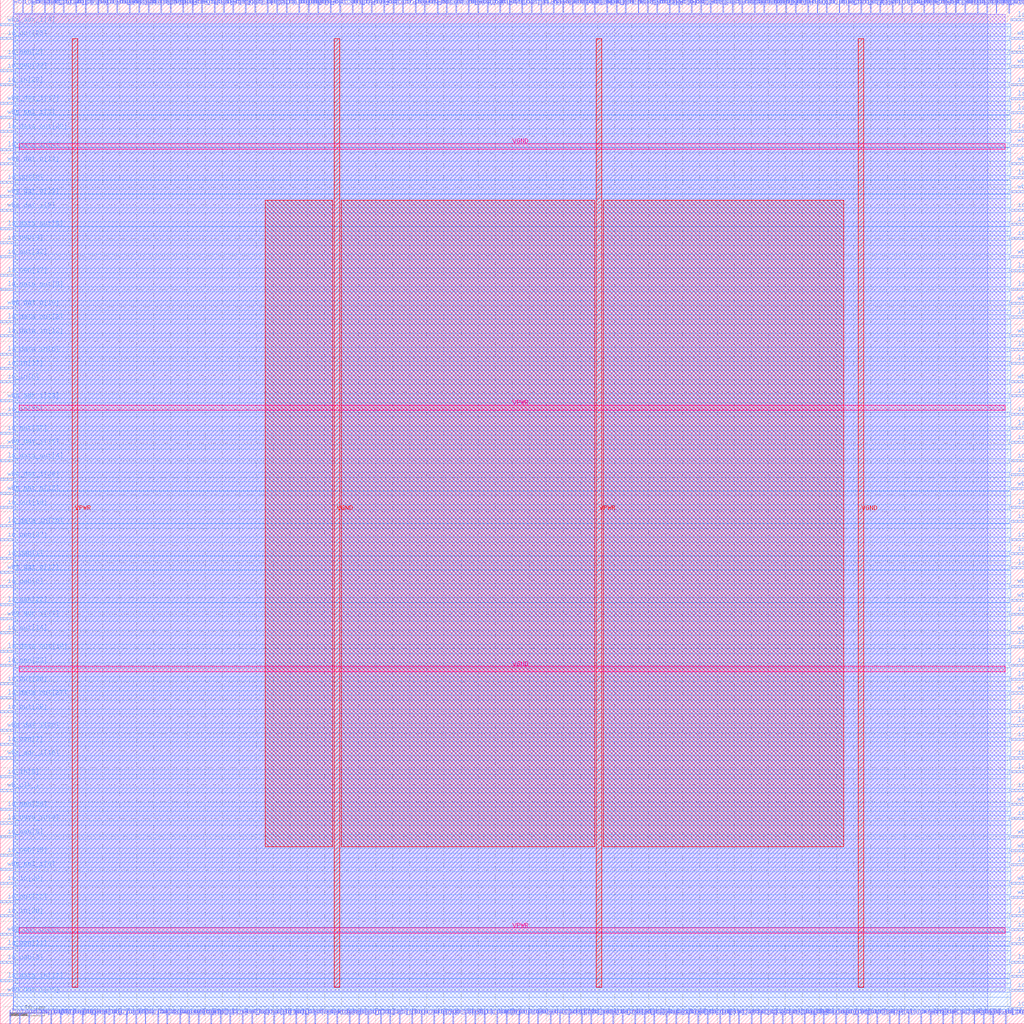
<source format=lef>
VERSION 5.7 ;
  NOWIREEXTENSIONATPIN ON ;
  DIVIDERCHAR "/" ;
  BUSBITCHARS "[]" ;
MACRO mike_project
  CLASS BLOCK ;
  FOREIGN mike_project ;
  ORIGIN 0.000 0.000 ;
  SIZE 300.000 BY 300.000 ;
  PIN active
    DIRECTION INPUT ;
    USE SIGNAL ;
    PORT
      LAYER met2 ;
        RECT 154.650 0.000 154.930 4.000 ;
    END
  END active
  PIN io_in[0]
    DIRECTION INPUT ;
    USE SIGNAL ;
    PORT
      LAYER met2 ;
        RECT 90.250 296.000 90.530 300.000 ;
    END
  END io_in[0]
  PIN io_in[10]
    DIRECTION INPUT ;
    USE SIGNAL ;
    PORT
      LAYER met2 ;
        RECT 231.930 0.000 232.210 4.000 ;
    END
  END io_in[10]
  PIN io_in[11]
    DIRECTION INPUT ;
    USE SIGNAL ;
    PORT
      LAYER met3 ;
        RECT 296.000 178.200 300.000 178.800 ;
    END
  END io_in[11]
  PIN io_in[12]
    DIRECTION INPUT ;
    USE SIGNAL ;
    PORT
      LAYER met2 ;
        RECT 294.490 0.000 294.770 4.000 ;
    END
  END io_in[12]
  PIN io_in[13]
    DIRECTION INPUT ;
    USE SIGNAL ;
    PORT
      LAYER met2 ;
        RECT 232.850 296.000 233.130 300.000 ;
    END
  END io_in[13]
  PIN io_in[14]
    DIRECTION INPUT ;
    USE SIGNAL ;
    PORT
      LAYER met2 ;
        RECT 99.450 296.000 99.730 300.000 ;
    END
  END io_in[14]
  PIN io_in[15]
    DIRECTION INPUT ;
    USE SIGNAL ;
    PORT
      LAYER met2 ;
        RECT 114.170 0.000 114.450 4.000 ;
    END
  END io_in[15]
  PIN io_in[16]
    DIRECTION INPUT ;
    USE SIGNAL ;
    PORT
      LAYER met2 ;
        RECT 83.810 296.000 84.090 300.000 ;
    END
  END io_in[16]
  PIN io_in[17]
    DIRECTION INPUT ;
    USE SIGNAL ;
    PORT
      LAYER met2 ;
        RECT 295.410 296.000 295.690 300.000 ;
    END
  END io_in[17]
  PIN io_in[18]
    DIRECTION INPUT ;
    USE SIGNAL ;
    PORT
      LAYER met2 ;
        RECT 137.170 296.000 137.450 300.000 ;
    END
  END io_in[18]
  PIN io_in[19]
    DIRECTION INPUT ;
    USE SIGNAL ;
    PORT
      LAYER met2 ;
        RECT 152.810 296.000 153.090 300.000 ;
    END
  END io_in[19]
  PIN io_in[1]
    DIRECTION INPUT ;
    USE SIGNAL ;
    PORT
      LAYER met2 ;
        RECT 39.650 0.000 39.930 4.000 ;
    END
  END io_in[1]
  PIN io_in[20]
    DIRECTION INPUT ;
    USE SIGNAL ;
    PORT
      LAYER met3 ;
        RECT 0.000 274.760 4.000 275.360 ;
    END
  END io_in[20]
  PIN io_in[21]
    DIRECTION INPUT ;
    USE SIGNAL ;
    PORT
      LAYER met2 ;
        RECT 104.970 0.000 105.250 4.000 ;
    END
  END io_in[21]
  PIN io_in[22]
    DIRECTION INPUT ;
    USE SIGNAL ;
    PORT
      LAYER met2 ;
        RECT 142.690 296.000 142.970 300.000 ;
    END
  END io_in[22]
  PIN io_in[23]
    DIRECTION INPUT ;
    USE SIGNAL ;
    PORT
      LAYER met2 ;
        RECT 252.170 296.000 252.450 300.000 ;
    END
  END io_in[23]
  PIN io_in[24]
    DIRECTION INPUT ;
    USE SIGNAL ;
    PORT
      LAYER met2 ;
        RECT 148.210 0.000 148.490 4.000 ;
    END
  END io_in[24]
  PIN io_in[25]
    DIRECTION INPUT ;
    USE SIGNAL ;
    PORT
      LAYER met2 ;
        RECT 61.730 0.000 62.010 4.000 ;
    END
  END io_in[25]
  PIN io_in[26]
    DIRECTION INPUT ;
    USE SIGNAL ;
    PORT
      LAYER met2 ;
        RECT 80.130 0.000 80.410 4.000 ;
    END
  END io_in[26]
  PIN io_in[27]
    DIRECTION INPUT ;
    USE SIGNAL ;
    PORT
      LAYER met3 ;
        RECT 0.000 191.800 4.000 192.400 ;
    END
  END io_in[27]
  PIN io_in[28]
    DIRECTION INPUT ;
    USE SIGNAL ;
    PORT
      LAYER met2 ;
        RECT 123.370 0.000 123.650 4.000 ;
    END
  END io_in[28]
  PIN io_in[29]
    DIRECTION INPUT ;
    USE SIGNAL ;
    PORT
      LAYER met3 ;
        RECT 0.000 40.840 4.000 41.440 ;
    END
  END io_in[29]
  PIN io_in[2]
    DIRECTION INPUT ;
    USE SIGNAL ;
    PORT
      LAYER met3 ;
        RECT 296.000 284.280 300.000 284.880 ;
    END
  END io_in[2]
  PIN io_in[30]
    DIRECTION INPUT ;
    USE SIGNAL ;
    PORT
      LAYER met2 ;
        RECT 121.530 296.000 121.810 300.000 ;
    END
  END io_in[30]
  PIN io_in[31]
    DIRECTION INPUT ;
    USE SIGNAL ;
    PORT
      LAYER met2 ;
        RECT 17.570 0.000 17.850 4.000 ;
    END
  END io_in[31]
  PIN io_in[32]
    DIRECTION INPUT ;
    USE SIGNAL ;
    PORT
      LAYER met2 ;
        RECT 261.370 296.000 261.650 300.000 ;
    END
  END io_in[32]
  PIN io_in[33]
    DIRECTION INPUT ;
    USE SIGNAL ;
    PORT
      LAYER met2 ;
        RECT 103.130 296.000 103.410 300.000 ;
    END
  END io_in[33]
  PIN io_in[34]
    DIRECTION INPUT ;
    USE SIGNAL ;
    PORT
      LAYER met2 ;
        RECT 256.770 0.000 257.050 4.000 ;
    END
  END io_in[34]
  PIN io_in[35]
    DIRECTION INPUT ;
    USE SIGNAL ;
    PORT
      LAYER met3 ;
        RECT 0.000 178.200 4.000 178.800 ;
    END
  END io_in[35]
  PIN io_in[36]
    DIRECTION INPUT ;
    USE SIGNAL ;
    PORT
      LAYER met3 ;
        RECT 0.000 31.320 4.000 31.920 ;
    END
  END io_in[36]
  PIN io_in[37]
    DIRECTION INPUT ;
    USE SIGNAL ;
    PORT
      LAYER met2 ;
        RECT 18.490 296.000 18.770 300.000 ;
    END
  END io_in[37]
  PIN io_in[3]
    DIRECTION INPUT ;
    USE SIGNAL ;
    PORT
      LAYER met2 ;
        RECT 207.090 0.000 207.370 4.000 ;
    END
  END io_in[3]
  PIN io_in[4]
    DIRECTION INPUT ;
    USE SIGNAL ;
    PORT
      LAYER met2 ;
        RECT 82.890 0.000 83.170 4.000 ;
    END
  END io_in[4]
  PIN io_in[5]
    DIRECTION INPUT ;
    USE SIGNAL ;
    PORT
      LAYER met3 ;
        RECT 0.000 72.120 4.000 72.720 ;
    END
  END io_in[5]
  PIN io_in[6]
    DIRECTION INPUT ;
    USE SIGNAL ;
    PORT
      LAYER met3 ;
        RECT 0.000 187.720 4.000 188.320 ;
    END
  END io_in[6]
  PIN io_in[7]
    DIRECTION INPUT ;
    USE SIGNAL ;
    PORT
      LAYER met3 ;
        RECT 296.000 146.920 300.000 147.520 ;
    END
  END io_in[7]
  PIN io_in[8]
    DIRECTION INPUT ;
    USE SIGNAL ;
    PORT
      LAYER met2 ;
        RECT 115.090 296.000 115.370 300.000 ;
    END
  END io_in[8]
  PIN io_in[9]
    DIRECTION INPUT ;
    USE SIGNAL ;
    PORT
      LAYER met2 ;
        RECT 22.170 296.000 22.450 300.000 ;
    END
  END io_in[9]
  PIN io_oeb[0]
    DIRECTION OUTPUT TRISTATE ;
    USE SIGNAL ;
    PORT
      LAYER met3 ;
        RECT 0.000 127.880 4.000 128.480 ;
    END
  END io_oeb[0]
  PIN io_oeb[10]
    DIRECTION OUTPUT TRISTATE ;
    USE SIGNAL ;
    PORT
      LAYER met2 ;
        RECT 65.410 296.000 65.690 300.000 ;
    END
  END io_oeb[10]
  PIN io_oeb[11]
    DIRECTION OUTPUT TRISTATE ;
    USE SIGNAL ;
    PORT
      LAYER met3 ;
        RECT 296.000 238.040 300.000 238.640 ;
    END
  END io_oeb[11]
  PIN io_oeb[12]
    DIRECTION OUTPUT TRISTATE ;
    USE SIGNAL ;
    PORT
      LAYER met3 ;
        RECT 296.000 104.760 300.000 105.360 ;
    END
  END io_oeb[12]
  PIN io_oeb[13]
    DIRECTION OUTPUT TRISTATE ;
    USE SIGNAL ;
    PORT
      LAYER met2 ;
        RECT 102.210 0.000 102.490 4.000 ;
    END
  END io_oeb[13]
  PIN io_oeb[14]
    DIRECTION OUTPUT TRISTATE ;
    USE SIGNAL ;
    PORT
      LAYER met2 ;
        RECT 205.250 296.000 205.530 300.000 ;
    END
  END io_oeb[14]
  PIN io_oeb[15]
    DIRECTION OUTPUT TRISTATE ;
    USE SIGNAL ;
    PORT
      LAYER met3 ;
        RECT 0.000 49.000 4.000 49.600 ;
    END
  END io_oeb[15]
  PIN io_oeb[16]
    DIRECTION OUTPUT TRISTATE ;
    USE SIGNAL ;
    PORT
      LAYER met2 ;
        RECT 71.850 296.000 72.130 300.000 ;
    END
  END io_oeb[16]
  PIN io_oeb[17]
    DIRECTION OUTPUT TRISTATE ;
    USE SIGNAL ;
    PORT
      LAYER met3 ;
        RECT 296.000 160.520 300.000 161.120 ;
    END
  END io_oeb[17]
  PIN io_oeb[18]
    DIRECTION OUTPUT TRISTATE ;
    USE SIGNAL ;
    PORT
      LAYER met2 ;
        RECT 77.370 0.000 77.650 4.000 ;
    END
  END io_oeb[18]
  PIN io_oeb[19]
    DIRECTION OUTPUT TRISTATE ;
    USE SIGNAL ;
    PORT
      LAYER met2 ;
        RECT 247.570 0.000 247.850 4.000 ;
    END
  END io_oeb[19]
  PIN io_oeb[1]
    DIRECTION OUTPUT TRISTATE ;
    USE SIGNAL ;
    PORT
      LAYER met3 ;
        RECT 0.000 136.040 4.000 136.640 ;
    END
  END io_oeb[1]
  PIN io_oeb[20]
    DIRECTION OUTPUT TRISTATE ;
    USE SIGNAL ;
    PORT
      LAYER met3 ;
        RECT 296.000 83.000 300.000 83.600 ;
    END
  END io_oeb[20]
  PIN io_oeb[21]
    DIRECTION OUTPUT TRISTATE ;
    USE SIGNAL ;
    PORT
      LAYER met2 ;
        RECT 74.610 296.000 74.890 300.000 ;
    END
  END io_oeb[21]
  PIN io_oeb[22]
    DIRECTION OUTPUT TRISTATE ;
    USE SIGNAL ;
    PORT
      LAYER met3 ;
        RECT 0.000 278.840 4.000 279.440 ;
    END
  END io_oeb[22]
  PIN io_oeb[23]
    DIRECTION OUTPUT TRISTATE ;
    USE SIGNAL ;
    PORT
      LAYER met2 ;
        RECT 129.810 0.000 130.090 4.000 ;
    END
  END io_oeb[23]
  PIN io_oeb[24]
    DIRECTION OUTPUT TRISTATE ;
    USE SIGNAL ;
    PORT
      LAYER met3 ;
        RECT 296.000 183.640 300.000 184.240 ;
    END
  END io_oeb[24]
  PIN io_oeb[25]
    DIRECTION OUTPUT TRISTATE ;
    USE SIGNAL ;
    PORT
      LAYER met3 ;
        RECT 296.000 59.880 300.000 60.480 ;
    END
  END io_oeb[25]
  PIN io_oeb[26]
    DIRECTION OUTPUT TRISTATE ;
    USE SIGNAL ;
    PORT
      LAYER met3 ;
        RECT 0.000 62.600 4.000 63.200 ;
    END
  END io_oeb[26]
  PIN io_oeb[27]
    DIRECTION OUTPUT TRISTATE ;
    USE SIGNAL ;
    PORT
      LAYER met2 ;
        RECT 117.850 296.000 118.130 300.000 ;
    END
  END io_oeb[27]
  PIN io_oeb[28]
    DIRECTION OUTPUT TRISTATE ;
    USE SIGNAL ;
    PORT
      LAYER met2 ;
        RECT 288.970 296.000 289.250 300.000 ;
    END
  END io_oeb[28]
  PIN io_oeb[29]
    DIRECTION OUTPUT TRISTATE ;
    USE SIGNAL ;
    PORT
      LAYER met3 ;
        RECT 296.000 141.480 300.000 142.080 ;
    END
  END io_oeb[29]
  PIN io_oeb[2]
    DIRECTION OUTPUT TRISTATE ;
    USE SIGNAL ;
    PORT
      LAYER met3 ;
        RECT 0.000 282.920 4.000 283.520 ;
    END
  END io_oeb[2]
  PIN io_oeb[30]
    DIRECTION OUTPUT TRISTATE ;
    USE SIGNAL ;
    PORT
      LAYER met3 ;
        RECT 296.000 13.640 300.000 14.240 ;
    END
  END io_oeb[30]
  PIN io_oeb[31]
    DIRECTION OUTPUT TRISTATE ;
    USE SIGNAL ;
    PORT
      LAYER met3 ;
        RECT 296.000 77.560 300.000 78.160 ;
    END
  END io_oeb[31]
  PIN io_oeb[32]
    DIRECTION OUTPUT TRISTATE ;
    USE SIGNAL ;
    PORT
      LAYER met2 ;
        RECT 133.490 296.000 133.770 300.000 ;
    END
  END io_oeb[32]
  PIN io_oeb[33]
    DIRECTION OUTPUT TRISTATE ;
    USE SIGNAL ;
    PORT
      LAYER met2 ;
        RECT 86.570 0.000 86.850 4.000 ;
    END
  END io_oeb[33]
  PIN io_oeb[34]
    DIRECTION OUTPUT TRISTATE ;
    USE SIGNAL ;
    PORT
      LAYER met3 ;
        RECT 296.000 4.120 300.000 4.720 ;
    END
  END io_oeb[34]
  PIN io_oeb[35]
    DIRECTION OUTPUT TRISTATE ;
    USE SIGNAL ;
    PORT
      LAYER met2 ;
        RECT 163.850 0.000 164.130 4.000 ;
    END
  END io_oeb[35]
  PIN io_oeb[36]
    DIRECTION OUTPUT TRISTATE ;
    USE SIGNAL ;
    PORT
      LAYER met2 ;
        RECT 6.530 296.000 6.810 300.000 ;
    END
  END io_oeb[36]
  PIN io_oeb[37]
    DIRECTION OUTPUT TRISTATE ;
    USE SIGNAL ;
    PORT
      LAYER met3 ;
        RECT 0.000 141.480 4.000 142.080 ;
    END
  END io_oeb[37]
  PIN io_oeb[3]
    DIRECTION OUTPUT TRISTATE ;
    USE SIGNAL ;
    PORT
      LAYER met3 ;
        RECT 0.000 17.720 4.000 18.320 ;
    END
  END io_oeb[3]
  PIN io_oeb[4]
    DIRECTION OUTPUT TRISTATE ;
    USE SIGNAL ;
    PORT
      LAYER met3 ;
        RECT 296.000 274.760 300.000 275.360 ;
    END
  END io_oeb[4]
  PIN io_oeb[5]
    DIRECTION OUTPUT TRISTATE ;
    USE SIGNAL ;
    PORT
      LAYER met3 ;
        RECT 0.000 54.440 4.000 55.040 ;
    END
  END io_oeb[5]
  PIN io_oeb[6]
    DIRECTION OUTPUT TRISTATE ;
    USE SIGNAL ;
    PORT
      LAYER met2 ;
        RECT 265.970 0.000 266.250 4.000 ;
    END
  END io_oeb[6]
  PIN io_oeb[7]
    DIRECTION OUTPUT TRISTATE ;
    USE SIGNAL ;
    PORT
      LAYER met2 ;
        RECT 43.330 296.000 43.610 300.000 ;
    END
  END io_oeb[7]
  PIN io_oeb[8]
    DIRECTION OUTPUT TRISTATE ;
    USE SIGNAL ;
    PORT
      LAYER met2 ;
        RECT 111.410 0.000 111.690 4.000 ;
    END
  END io_oeb[8]
  PIN io_oeb[9]
    DIRECTION OUTPUT TRISTATE ;
    USE SIGNAL ;
    PORT
      LAYER met3 ;
        RECT 0.000 228.520 4.000 229.120 ;
    END
  END io_oeb[9]
  PIN io_out[0]
    DIRECTION OUTPUT TRISTATE ;
    USE SIGNAL ;
    PORT
      LAYER met3 ;
        RECT 0.000 246.200 4.000 246.800 ;
    END
  END io_out[0]
  PIN io_out[10]
    DIRECTION OUTPUT TRISTATE ;
    USE SIGNAL ;
    PORT
      LAYER met2 ;
        RECT 139.010 0.000 139.290 4.000 ;
    END
  END io_out[10]
  PIN io_out[11]
    DIRECTION OUTPUT TRISTATE ;
    USE SIGNAL ;
    PORT
      LAYER met3 ;
        RECT 296.000 137.400 300.000 138.000 ;
    END
  END io_out[11]
  PIN io_out[12]
    DIRECTION OUTPUT TRISTATE ;
    USE SIGNAL ;
    PORT
      LAYER met3 ;
        RECT 296.000 164.600 300.000 165.200 ;
    END
  END io_out[12]
  PIN io_out[13]
    DIRECTION OUTPUT TRISTATE ;
    USE SIGNAL ;
    PORT
      LAYER met2 ;
        RECT 31.370 296.000 31.650 300.000 ;
    END
  END io_out[13]
  PIN io_out[14]
    DIRECTION OUTPUT TRISTATE ;
    USE SIGNAL ;
    PORT
      LAYER met3 ;
        RECT 0.000 114.280 4.000 114.880 ;
    END
  END io_out[14]
  PIN io_out[15]
    DIRECTION OUTPUT TRISTATE ;
    USE SIGNAL ;
    PORT
      LAYER met2 ;
        RECT 239.290 296.000 239.570 300.000 ;
    END
  END io_out[15]
  PIN io_out[16]
    DIRECTION OUTPUT TRISTATE ;
    USE SIGNAL ;
    PORT
      LAYER met2 ;
        RECT 8.370 0.000 8.650 4.000 ;
    END
  END io_out[16]
  PIN io_out[17]
    DIRECTION OUTPUT TRISTATE ;
    USE SIGNAL ;
    PORT
      LAYER met2 ;
        RECT 55.290 0.000 55.570 4.000 ;
    END
  END io_out[17]
  PIN io_out[18]
    DIRECTION OUTPUT TRISTATE ;
    USE SIGNAL ;
    PORT
      LAYER met3 ;
        RECT 0.000 151.000 4.000 151.600 ;
    END
  END io_out[18]
  PIN io_out[19]
    DIRECTION OUTPUT TRISTATE ;
    USE SIGNAL ;
    PORT
      LAYER met2 ;
        RECT 49.770 296.000 50.050 300.000 ;
    END
  END io_out[19]
  PIN io_out[1]
    DIRECTION OUTPUT TRISTATE ;
    USE SIGNAL ;
    PORT
      LAYER met3 ;
        RECT 296.000 27.240 300.000 27.840 ;
    END
  END io_out[1]
  PIN io_out[20]
    DIRECTION OUTPUT TRISTATE ;
    USE SIGNAL ;
    PORT
      LAYER met2 ;
        RECT 64.490 0.000 64.770 4.000 ;
    END
  END io_out[20]
  PIN io_out[21]
    DIRECTION OUTPUT TRISTATE ;
    USE SIGNAL ;
    PORT
      LAYER met2 ;
        RECT 132.570 0.000 132.850 4.000 ;
    END
  END io_out[21]
  PIN io_out[22]
    DIRECTION OUTPUT TRISTATE ;
    USE SIGNAL ;
    PORT
      LAYER met3 ;
        RECT 296.000 233.960 300.000 234.560 ;
    END
  END io_out[22]
  PIN io_out[23]
    DIRECTION OUTPUT TRISTATE ;
    USE SIGNAL ;
    PORT
      LAYER met3 ;
        RECT 0.000 288.360 4.000 288.960 ;
    END
  END io_out[23]
  PIN io_out[24]
    DIRECTION OUTPUT TRISTATE ;
    USE SIGNAL ;
    PORT
      LAYER met3 ;
        RECT 296.000 170.040 300.000 170.640 ;
    END
  END io_out[24]
  PIN io_out[25]
    DIRECTION OUTPUT TRISTATE ;
    USE SIGNAL ;
    PORT
      LAYER met2 ;
        RECT 107.730 0.000 108.010 4.000 ;
    END
  END io_out[25]
  PIN io_out[26]
    DIRECTION OUTPUT TRISTATE ;
    USE SIGNAL ;
    PORT
      LAYER met2 ;
        RECT 210.770 0.000 211.050 4.000 ;
    END
  END io_out[26]
  PIN io_out[27]
    DIRECTION OUTPUT TRISTATE ;
    USE SIGNAL ;
    PORT
      LAYER met2 ;
        RECT 120.610 0.000 120.890 4.000 ;
    END
  END io_out[27]
  PIN io_out[28]
    DIRECTION OUTPUT TRISTATE ;
    USE SIGNAL ;
    PORT
      LAYER met2 ;
        RECT 58.050 0.000 58.330 4.000 ;
    END
  END io_out[28]
  PIN io_out[29]
    DIRECTION OUTPUT TRISTATE ;
    USE SIGNAL ;
    PORT
      LAYER met3 ;
        RECT 0.000 91.160 4.000 91.760 ;
    END
  END io_out[29]
  PIN io_out[2]
    DIRECTION OUTPUT TRISTATE ;
    USE SIGNAL ;
    PORT
      LAYER met2 ;
        RECT 189.610 296.000 189.890 300.000 ;
    END
  END io_out[2]
  PIN io_out[30]
    DIRECTION OUTPUT TRISTATE ;
    USE SIGNAL ;
    PORT
      LAYER met2 ;
        RECT 173.970 296.000 174.250 300.000 ;
    END
  END io_out[30]
  PIN io_out[31]
    DIRECTION OUTPUT TRISTATE ;
    USE SIGNAL ;
    PORT
      LAYER met2 ;
        RECT 251.250 0.000 251.530 4.000 ;
    END
  END io_out[31]
  PIN io_out[32]
    DIRECTION OUTPUT TRISTATE ;
    USE SIGNAL ;
    PORT
      LAYER met3 ;
        RECT 0.000 224.440 4.000 225.040 ;
    END
  END io_out[32]
  PIN io_out[33]
    DIRECTION OUTPUT TRISTATE ;
    USE SIGNAL ;
    PORT
      LAYER met3 ;
        RECT 0.000 35.400 4.000 36.000 ;
    END
  END io_out[33]
  PIN io_out[34]
    DIRECTION OUTPUT TRISTATE ;
    USE SIGNAL ;
    PORT
      LAYER met2 ;
        RECT 155.570 296.000 155.850 300.000 ;
    END
  END io_out[34]
  PIN io_out[35]
    DIRECTION OUTPUT TRISTATE ;
    USE SIGNAL ;
    PORT
      LAYER met3 ;
        RECT 296.000 229.880 300.000 230.480 ;
    END
  END io_out[35]
  PIN io_out[36]
    DIRECTION OUTPUT TRISTATE ;
    USE SIGNAL ;
    PORT
      LAYER met3 ;
        RECT 0.000 99.320 4.000 99.920 ;
    END
  END io_out[36]
  PIN io_out[37]
    DIRECTION OUTPUT TRISTATE ;
    USE SIGNAL ;
    PORT
      LAYER met3 ;
        RECT 0.000 172.760 4.000 173.360 ;
    END
  END io_out[37]
  PIN io_out[3]
    DIRECTION OUTPUT TRISTATE ;
    USE SIGNAL ;
    PORT
      LAYER met2 ;
        RECT 105.890 296.000 106.170 300.000 ;
    END
  END io_out[3]
  PIN io_out[4]
    DIRECTION OUTPUT TRISTATE ;
    USE SIGNAL ;
    PORT
      LAYER met3 ;
        RECT 296.000 68.040 300.000 68.640 ;
    END
  END io_out[4]
  PIN io_out[5]
    DIRECTION OUTPUT TRISTATE ;
    USE SIGNAL ;
    PORT
      LAYER met3 ;
        RECT 296.000 119.720 300.000 120.320 ;
    END
  END io_out[5]
  PIN io_out[6]
    DIRECTION OUTPUT TRISTATE ;
    USE SIGNAL ;
    PORT
      LAYER met2 ;
        RECT 141.770 0.000 142.050 4.000 ;
    END
  END io_out[6]
  PIN io_out[7]
    DIRECTION OUTPUT TRISTATE ;
    USE SIGNAL ;
    PORT
      LAYER met3 ;
        RECT 296.000 23.160 300.000 23.760 ;
    END
  END io_out[7]
  PIN io_out[8]
    DIRECTION OUTPUT TRISTATE ;
    USE SIGNAL ;
    PORT
      LAYER met3 ;
        RECT 296.000 9.560 300.000 10.160 ;
    END
  END io_out[8]
  PIN io_out[9]
    DIRECTION OUTPUT TRISTATE ;
    USE SIGNAL ;
    PORT
      LAYER met2 ;
        RECT 269.650 0.000 269.930 4.000 ;
    END
  END io_out[9]
  PIN la_data_in[0]
    DIRECTION INPUT ;
    USE SIGNAL ;
    PORT
      LAYER met2 ;
        RECT 183.170 296.000 183.450 300.000 ;
    END
  END la_data_in[0]
  PIN la_data_in[10]
    DIRECTION INPUT ;
    USE SIGNAL ;
    PORT
      LAYER met2 ;
        RECT 242.050 296.000 242.330 300.000 ;
    END
  END la_data_in[10]
  PIN la_data_in[11]
    DIRECTION INPUT ;
    USE SIGNAL ;
    PORT
      LAYER met2 ;
        RECT 5.610 0.000 5.890 4.000 ;
    END
  END la_data_in[11]
  PIN la_data_in[12]
    DIRECTION INPUT ;
    USE SIGNAL ;
    PORT
      LAYER met3 ;
        RECT 0.000 201.320 4.000 201.920 ;
    END
  END la_data_in[12]
  PIN la_data_in[13]
    DIRECTION INPUT ;
    USE SIGNAL ;
    PORT
      LAYER met2 ;
        RECT 238.370 0.000 238.650 4.000 ;
    END
  END la_data_in[13]
  PIN la_data_in[14]
    DIRECTION INPUT ;
    USE SIGNAL ;
    PORT
      LAYER met3 ;
        RECT 296.000 206.760 300.000 207.360 ;
    END
  END la_data_in[14]
  PIN la_data_in[15]
    DIRECTION INPUT ;
    USE SIGNAL ;
    PORT
      LAYER met2 ;
        RECT 264.130 296.000 264.410 300.000 ;
    END
  END la_data_in[15]
  PIN la_data_in[16]
    DIRECTION INPUT ;
    USE SIGNAL ;
    PORT
      LAYER met2 ;
        RECT 130.730 296.000 131.010 300.000 ;
    END
  END la_data_in[16]
  PIN la_data_in[17]
    DIRECTION INPUT ;
    USE SIGNAL ;
    PORT
      LAYER met3 ;
        RECT 0.000 12.280 4.000 12.880 ;
    END
  END la_data_in[17]
  PIN la_data_in[18]
    DIRECTION INPUT ;
    USE SIGNAL ;
    PORT
      LAYER met2 ;
        RECT 226.410 0.000 226.690 4.000 ;
    END
  END la_data_in[18]
  PIN la_data_in[19]
    DIRECTION INPUT ;
    USE SIGNAL ;
    PORT
      LAYER met2 ;
        RECT 201.570 0.000 201.850 4.000 ;
    END
  END la_data_in[19]
  PIN la_data_in[1]
    DIRECTION INPUT ;
    USE SIGNAL ;
    PORT
      LAYER met2 ;
        RECT 12.050 0.000 12.330 4.000 ;
    END
  END la_data_in[1]
  PIN la_data_in[20]
    DIRECTION INPUT ;
    USE SIGNAL ;
    PORT
      LAYER met3 ;
        RECT 296.000 46.280 300.000 46.880 ;
    END
  END la_data_in[20]
  PIN la_data_in[21]
    DIRECTION INPUT ;
    USE SIGNAL ;
    PORT
      LAYER met3 ;
        RECT 296.000 247.560 300.000 248.160 ;
    END
  END la_data_in[21]
  PIN la_data_in[22]
    DIRECTION INPUT ;
    USE SIGNAL ;
    PORT
      LAYER met3 ;
        RECT 296.000 293.800 300.000 294.400 ;
    END
  END la_data_in[22]
  PIN la_data_in[23]
    DIRECTION INPUT ;
    USE SIGNAL ;
    PORT
      LAYER met2 ;
        RECT 290.810 0.000 291.090 4.000 ;
    END
  END la_data_in[23]
  PIN la_data_in[24]
    DIRECTION INPUT ;
    USE SIGNAL ;
    PORT
      LAYER met2 ;
        RECT 28.610 296.000 28.890 300.000 ;
    END
  END la_data_in[24]
  PIN la_data_in[25]
    DIRECTION INPUT ;
    USE SIGNAL ;
    PORT
      LAYER met2 ;
        RECT 89.330 0.000 89.610 4.000 ;
    END
  END la_data_in[25]
  PIN la_data_in[26]
    DIRECTION INPUT ;
    USE SIGNAL ;
    PORT
      LAYER met2 ;
        RECT 185.930 0.000 186.210 4.000 ;
    END
  END la_data_in[26]
  PIN la_data_in[27]
    DIRECTION INPUT ;
    USE SIGNAL ;
    PORT
      LAYER met3 ;
        RECT 296.000 91.160 300.000 91.760 ;
    END
  END la_data_in[27]
  PIN la_data_in[28]
    DIRECTION INPUT ;
    USE SIGNAL ;
    PORT
      LAYER met2 ;
        RECT 36.890 0.000 37.170 4.000 ;
    END
  END la_data_in[28]
  PIN la_data_in[29]
    DIRECTION INPUT ;
    USE SIGNAL ;
    PORT
      LAYER met3 ;
        RECT 296.000 261.160 300.000 261.760 ;
    END
  END la_data_in[29]
  PIN la_data_in[2]
    DIRECTION INPUT ;
    USE SIGNAL ;
    PORT
      LAYER met2 ;
        RECT 220.890 296.000 221.170 300.000 ;
    END
  END la_data_in[2]
  PIN la_data_in[30]
    DIRECTION INPUT ;
    USE SIGNAL ;
    PORT
      LAYER met3 ;
        RECT 0.000 145.560 4.000 146.160 ;
    END
  END la_data_in[30]
  PIN la_data_in[31]
    DIRECTION INPUT ;
    USE SIGNAL ;
    PORT
      LAYER met2 ;
        RECT 24.930 296.000 25.210 300.000 ;
    END
  END la_data_in[31]
  PIN la_data_in[3]
    DIRECTION INPUT ;
    USE SIGNAL ;
    PORT
      LAYER met2 ;
        RECT 81.050 296.000 81.330 300.000 ;
    END
  END la_data_in[3]
  PIN la_data_in[4]
    DIRECTION INPUT ;
    USE SIGNAL ;
    PORT
      LAYER met3 ;
        RECT 0.000 255.720 4.000 256.320 ;
    END
  END la_data_in[4]
  PIN la_data_in[5]
    DIRECTION INPUT ;
    USE SIGNAL ;
    PORT
      LAYER met2 ;
        RECT 257.690 296.000 257.970 300.000 ;
    END
  END la_data_in[5]
  PIN la_data_in[6]
    DIRECTION INPUT ;
    USE SIGNAL ;
    PORT
      LAYER met3 ;
        RECT 0.000 195.880 4.000 196.480 ;
    END
  END la_data_in[6]
  PIN la_data_in[7]
    DIRECTION INPUT ;
    USE SIGNAL ;
    PORT
      LAYER met2 ;
        RECT 235.610 0.000 235.890 4.000 ;
    END
  END la_data_in[7]
  PIN la_data_in[8]
    DIRECTION INPUT ;
    USE SIGNAL ;
    PORT
      LAYER met3 ;
        RECT 0.000 58.520 4.000 59.120 ;
    END
  END la_data_in[8]
  PIN la_data_in[9]
    DIRECTION INPUT ;
    USE SIGNAL ;
    PORT
      LAYER met2 ;
        RECT 145.450 0.000 145.730 4.000 ;
    END
  END la_data_in[9]
  PIN la_data_out[0]
    DIRECTION OUTPUT TRISTATE ;
    USE SIGNAL ;
    PORT
      LAYER met2 ;
        RECT 136.250 0.000 136.530 4.000 ;
    END
  END la_data_out[0]
  PIN la_data_out[10]
    DIRECTION OUTPUT TRISTATE ;
    USE SIGNAL ;
    PORT
      LAYER met2 ;
        RECT 244.810 0.000 245.090 4.000 ;
    END
  END la_data_out[10]
  PIN la_data_out[11]
    DIRECTION OUTPUT TRISTATE ;
    USE SIGNAL ;
    PORT
      LAYER met2 ;
        RECT 211.690 296.000 211.970 300.000 ;
    END
  END la_data_out[11]
  PIN la_data_out[12]
    DIRECTION OUTPUT TRISTATE ;
    USE SIGNAL ;
    PORT
      LAYER met2 ;
        RECT 42.410 0.000 42.690 4.000 ;
    END
  END la_data_out[12]
  PIN la_data_out[13]
    DIRECTION OUTPUT TRISTATE ;
    USE SIGNAL ;
    PORT
      LAYER met2 ;
        RECT 214.450 296.000 214.730 300.000 ;
    END
  END la_data_out[13]
  PIN la_data_out[14]
    DIRECTION OUTPUT TRISTATE ;
    USE SIGNAL ;
    PORT
      LAYER met2 ;
        RECT 286.210 296.000 286.490 300.000 ;
    END
  END la_data_out[14]
  PIN la_data_out[15]
    DIRECTION OUTPUT TRISTATE ;
    USE SIGNAL ;
    PORT
      LAYER met3 ;
        RECT 296.000 193.160 300.000 193.760 ;
    END
  END la_data_out[15]
  PIN la_data_out[16]
    DIRECTION OUTPUT TRISTATE ;
    USE SIGNAL ;
    PORT
      LAYER met2 ;
        RECT 158.330 296.000 158.610 300.000 ;
    END
  END la_data_out[16]
  PIN la_data_out[17]
    DIRECTION OUTPUT TRISTATE ;
    USE SIGNAL ;
    PORT
      LAYER met3 ;
        RECT 296.000 100.680 300.000 101.280 ;
    END
  END la_data_out[17]
  PIN la_data_out[18]
    DIRECTION OUTPUT TRISTATE ;
    USE SIGNAL ;
    PORT
      LAYER met2 ;
        RECT 48.850 0.000 49.130 4.000 ;
    END
  END la_data_out[18]
  PIN la_data_out[19]
    DIRECTION OUTPUT TRISTATE ;
    USE SIGNAL ;
    PORT
      LAYER met3 ;
        RECT 0.000 108.840 4.000 109.440 ;
    END
  END la_data_out[19]
  PIN la_data_out[1]
    DIRECTION OUTPUT TRISTATE ;
    USE SIGNAL ;
    PORT
      LAYER met2 ;
        RECT 40.570 296.000 40.850 300.000 ;
    END
  END la_data_out[1]
  PIN la_data_out[20]
    DIRECTION OUTPUT TRISTATE ;
    USE SIGNAL ;
    PORT
      LAYER met3 ;
        RECT 0.000 261.160 4.000 261.760 ;
    END
  END la_data_out[20]
  PIN la_data_out[21]
    DIRECTION OUTPUT TRISTATE ;
    USE SIGNAL ;
    PORT
      LAYER met2 ;
        RECT 288.050 0.000 288.330 4.000 ;
    END
  END la_data_out[21]
  PIN la_data_out[22]
    DIRECTION OUTPUT TRISTATE ;
    USE SIGNAL ;
    PORT
      LAYER met2 ;
        RECT 197.890 0.000 198.170 4.000 ;
    END
  END la_data_out[22]
  PIN la_data_out[23]
    DIRECTION OUTPUT TRISTATE ;
    USE SIGNAL ;
    PORT
      LAYER met2 ;
        RECT 162.010 296.000 162.290 300.000 ;
    END
  END la_data_out[23]
  PIN la_data_out[24]
    DIRECTION OUTPUT TRISTATE ;
    USE SIGNAL ;
    PORT
      LAYER met2 ;
        RECT 14.810 0.000 15.090 4.000 ;
    END
  END la_data_out[24]
  PIN la_data_out[25]
    DIRECTION OUTPUT TRISTATE ;
    USE SIGNAL ;
    PORT
      LAYER met3 ;
        RECT 296.000 110.200 300.000 110.800 ;
    END
  END la_data_out[25]
  PIN la_data_out[26]
    DIRECTION OUTPUT TRISTATE ;
    USE SIGNAL ;
    PORT
      LAYER met2 ;
        RECT 170.290 0.000 170.570 4.000 ;
    END
  END la_data_out[26]
  PIN la_data_out[27]
    DIRECTION OUTPUT TRISTATE ;
    USE SIGNAL ;
    PORT
      LAYER met3 ;
        RECT 0.000 95.240 4.000 95.840 ;
    END
  END la_data_out[27]
  PIN la_data_out[28]
    DIRECTION OUTPUT TRISTATE ;
    USE SIGNAL ;
    PORT
      LAYER met2 ;
        RECT 78.290 296.000 78.570 300.000 ;
    END
  END la_data_out[28]
  PIN la_data_out[29]
    DIRECTION OUTPUT TRISTATE ;
    USE SIGNAL ;
    PORT
      LAYER met2 ;
        RECT 191.450 0.000 191.730 4.000 ;
    END
  END la_data_out[29]
  PIN la_data_out[2]
    DIRECTION OUTPUT TRISTATE ;
    USE SIGNAL ;
    PORT
      LAYER met3 ;
        RECT 0.000 205.400 4.000 206.000 ;
    END
  END la_data_out[2]
  PIN la_data_out[30]
    DIRECTION OUTPUT TRISTATE ;
    USE SIGNAL ;
    PORT
      LAYER met2 ;
        RECT 116.930 0.000 117.210 4.000 ;
    END
  END la_data_out[30]
  PIN la_data_out[31]
    DIRECTION OUTPUT TRISTATE ;
    USE SIGNAL ;
    PORT
      LAYER met3 ;
        RECT 296.000 31.320 300.000 31.920 ;
    END
  END la_data_out[31]
  PIN la_data_out[3]
    DIRECTION OUTPUT TRISTATE ;
    USE SIGNAL ;
    PORT
      LAYER met2 ;
        RECT 223.650 296.000 223.930 300.000 ;
    END
  END la_data_out[3]
  PIN la_data_out[4]
    DIRECTION OUTPUT TRISTATE ;
    USE SIGNAL ;
    PORT
      LAYER met3 ;
        RECT 0.000 164.600 4.000 165.200 ;
    END
  END la_data_out[4]
  PIN la_data_out[5]
    DIRECTION OUTPUT TRISTATE ;
    USE SIGNAL ;
    PORT
      LAYER met3 ;
        RECT 0.000 232.600 4.000 233.200 ;
    END
  END la_data_out[5]
  PIN la_data_out[6]
    DIRECTION OUTPUT TRISTATE ;
    USE SIGNAL ;
    PORT
      LAYER met2 ;
        RECT 46.090 0.000 46.370 4.000 ;
    END
  END la_data_out[6]
  PIN la_data_out[7]
    DIRECTION OUTPUT TRISTATE ;
    USE SIGNAL ;
    PORT
      LAYER met2 ;
        RECT 21.250 0.000 21.530 4.000 ;
    END
  END la_data_out[7]
  PIN la_data_out[8]
    DIRECTION OUTPUT TRISTATE ;
    USE SIGNAL ;
    PORT
      LAYER met3 ;
        RECT 0.000 214.920 4.000 215.520 ;
    END
  END la_data_out[8]
  PIN la_data_out[9]
    DIRECTION OUTPUT TRISTATE ;
    USE SIGNAL ;
    PORT
      LAYER met2 ;
        RECT 279.770 296.000 280.050 300.000 ;
    END
  END la_data_out[9]
  PIN la_oen[0]
    DIRECTION INPUT ;
    USE SIGNAL ;
    PORT
      LAYER met2 ;
        RECT 196.050 296.000 196.330 300.000 ;
    END
  END la_oen[0]
  PIN la_oen[10]
    DIRECTION INPUT ;
    USE SIGNAL ;
    PORT
      LAYER met2 ;
        RECT 171.210 296.000 171.490 300.000 ;
    END
  END la_oen[10]
  PIN la_oen[11]
    DIRECTION INPUT ;
    USE SIGNAL ;
    PORT
      LAYER met3 ;
        RECT 296.000 133.320 300.000 133.920 ;
    END
  END la_oen[11]
  PIN la_oen[12]
    DIRECTION INPUT ;
    USE SIGNAL ;
    PORT
      LAYER met2 ;
        RECT 180.410 296.000 180.690 300.000 ;
    END
  END la_oen[12]
  PIN la_oen[13]
    DIRECTION INPUT ;
    USE SIGNAL ;
    PORT
      LAYER met2 ;
        RECT 173.050 0.000 173.330 4.000 ;
    END
  END la_oen[13]
  PIN la_oen[14]
    DIRECTION INPUT ;
    USE SIGNAL ;
    PORT
      LAYER met3 ;
        RECT 296.000 214.920 300.000 215.520 ;
    END
  END la_oen[14]
  PIN la_oen[15]
    DIRECTION INPUT ;
    USE SIGNAL ;
    PORT
      LAYER met3 ;
        RECT 296.000 17.720 300.000 18.320 ;
    END
  END la_oen[15]
  PIN la_oen[16]
    DIRECTION INPUT ;
    USE SIGNAL ;
    PORT
      LAYER met2 ;
        RECT 2.850 0.000 3.130 4.000 ;
    END
  END la_oen[16]
  PIN la_oen[17]
    DIRECTION INPUT ;
    USE SIGNAL ;
    PORT
      LAYER met3 ;
        RECT 0.000 219.000 4.000 219.600 ;
    END
  END la_oen[17]
  PIN la_oen[18]
    DIRECTION INPUT ;
    USE SIGNAL ;
    PORT
      LAYER met2 ;
        RECT 67.250 0.000 67.530 4.000 ;
    END
  END la_oen[18]
  PIN la_oen[19]
    DIRECTION INPUT ;
    USE SIGNAL ;
    PORT
      LAYER met2 ;
        RECT 33.210 0.000 33.490 4.000 ;
    END
  END la_oen[19]
  PIN la_oen[1]
    DIRECTION INPUT ;
    USE SIGNAL ;
    PORT
      LAYER met2 ;
        RECT 47.010 296.000 47.290 300.000 ;
    END
  END la_oen[1]
  PIN la_oen[20]
    DIRECTION INPUT ;
    USE SIGNAL ;
    PORT
      LAYER met3 ;
        RECT 296.000 73.480 300.000 74.080 ;
    END
  END la_oen[20]
  PIN la_oen[21]
    DIRECTION INPUT ;
    USE SIGNAL ;
    PORT
      LAYER met3 ;
        RECT 0.000 21.800 4.000 22.400 ;
    END
  END la_oen[21]
  PIN la_oen[22]
    DIRECTION INPUT ;
    USE SIGNAL ;
    PORT
      LAYER met3 ;
        RECT 0.000 122.440 4.000 123.040 ;
    END
  END la_oen[22]
  PIN la_oen[23]
    DIRECTION INPUT ;
    USE SIGNAL ;
    PORT
      LAYER met3 ;
        RECT 0.000 104.760 4.000 105.360 ;
    END
  END la_oen[23]
  PIN la_oen[24]
    DIRECTION INPUT ;
    USE SIGNAL ;
    PORT
      LAYER met3 ;
        RECT 296.000 266.600 300.000 267.200 ;
    END
  END la_oen[24]
  PIN la_oen[25]
    DIRECTION INPUT ;
    USE SIGNAL ;
    PORT
      LAYER met2 ;
        RECT 266.890 296.000 267.170 300.000 ;
    END
  END la_oen[25]
  PIN la_oen[26]
    DIRECTION INPUT ;
    USE SIGNAL ;
    PORT
      LAYER met3 ;
        RECT 296.000 151.000 300.000 151.600 ;
    END
  END la_oen[26]
  PIN la_oen[27]
    DIRECTION INPUT ;
    USE SIGNAL ;
    PORT
      LAYER met2 ;
        RECT 146.370 296.000 146.650 300.000 ;
    END
  END la_oen[27]
  PIN la_oen[28]
    DIRECTION INPUT ;
    USE SIGNAL ;
    PORT
      LAYER met2 ;
        RECT 24.010 0.000 24.290 4.000 ;
    END
  END la_oen[28]
  PIN la_oen[29]
    DIRECTION INPUT ;
    USE SIGNAL ;
    PORT
      LAYER met2 ;
        RECT 230.090 296.000 230.370 300.000 ;
    END
  END la_oen[29]
  PIN la_oen[2]
    DIRECTION INPUT ;
    USE SIGNAL ;
    PORT
      LAYER met3 ;
        RECT 296.000 174.120 300.000 174.720 ;
    END
  END la_oen[2]
  PIN la_oen[30]
    DIRECTION INPUT ;
    USE SIGNAL ;
    PORT
      LAYER met3 ;
        RECT 296.000 270.680 300.000 271.280 ;
    END
  END la_oen[30]
  PIN la_oen[31]
    DIRECTION INPUT ;
    USE SIGNAL ;
    PORT
      LAYER met3 ;
        RECT 296.000 197.240 300.000 197.840 ;
    END
  END la_oen[31]
  PIN la_oen[3]
    DIRECTION INPUT ;
    USE SIGNAL ;
    PORT
      LAYER met3 ;
        RECT 296.000 87.080 300.000 87.680 ;
    END
  END la_oen[3]
  PIN la_oen[4]
    DIRECTION INPUT ;
    USE SIGNAL ;
    PORT
      LAYER met2 ;
        RECT 87.490 296.000 87.770 300.000 ;
    END
  END la_oen[4]
  PIN la_oen[5]
    DIRECTION INPUT ;
    USE SIGNAL ;
    PORT
      LAYER met2 ;
        RECT 62.650 296.000 62.930 300.000 ;
    END
  END la_oen[5]
  PIN la_oen[6]
    DIRECTION INPUT ;
    USE SIGNAL ;
    PORT
      LAYER met2 ;
        RECT 53.450 296.000 53.730 300.000 ;
    END
  END la_oen[6]
  PIN la_oen[7]
    DIRECTION INPUT ;
    USE SIGNAL ;
    PORT
      LAYER met3 ;
        RECT 0.000 81.640 4.000 82.240 ;
    END
  END la_oen[7]
  PIN la_oen[8]
    DIRECTION INPUT ;
    USE SIGNAL ;
    PORT
      LAYER met2 ;
        RECT 254.010 0.000 254.290 4.000 ;
    END
  END la_oen[8]
  PIN la_oen[9]
    DIRECTION INPUT ;
    USE SIGNAL ;
    PORT
      LAYER met3 ;
        RECT 296.000 220.360 300.000 220.960 ;
    END
  END la_oen[9]
  PIN wb_clk_i
    DIRECTION INPUT ;
    USE SIGNAL ;
    PORT
      LAYER met3 ;
        RECT 0.000 68.040 4.000 68.640 ;
    END
  END wb_clk_i
  PIN wb_rst_i
    DIRECTION INPUT ;
    USE SIGNAL ;
    PORT
      LAYER met2 ;
        RECT 204.330 0.000 204.610 4.000 ;
    END
  END wb_rst_i
  PIN wbs_ack_o
    DIRECTION OUTPUT TRISTATE ;
    USE SIGNAL ;
    PORT
      LAYER met2 ;
        RECT 260.450 0.000 260.730 4.000 ;
    END
  END wbs_ack_o
  PIN wbs_adr_i[0]
    DIRECTION INPUT ;
    USE SIGNAL ;
    PORT
      LAYER met2 ;
        RECT 213.530 0.000 213.810 4.000 ;
    END
  END wbs_adr_i[0]
  PIN wbs_adr_i[10]
    DIRECTION INPUT ;
    USE SIGNAL ;
    PORT
      LAYER met2 ;
        RECT 112.330 296.000 112.610 300.000 ;
    END
  END wbs_adr_i[10]
  PIN wbs_adr_i[11]
    DIRECTION INPUT ;
    USE SIGNAL ;
    PORT
      LAYER met2 ;
        RECT 208.010 296.000 208.290 300.000 ;
    END
  END wbs_adr_i[11]
  PIN wbs_adr_i[12]
    DIRECTION INPUT ;
    USE SIGNAL ;
    PORT
      LAYER met3 ;
        RECT 296.000 257.080 300.000 257.680 ;
    END
  END wbs_adr_i[12]
  PIN wbs_adr_i[13]
    DIRECTION INPUT ;
    USE SIGNAL ;
    PORT
      LAYER met3 ;
        RECT 296.000 288.360 300.000 288.960 ;
    END
  END wbs_adr_i[13]
  PIN wbs_adr_i[14]
    DIRECTION INPUT ;
    USE SIGNAL ;
    PORT
      LAYER met2 ;
        RECT 9.290 296.000 9.570 300.000 ;
    END
  END wbs_adr_i[14]
  PIN wbs_adr_i[15]
    DIRECTION INPUT ;
    USE SIGNAL ;
    PORT
      LAYER met3 ;
        RECT 296.000 210.840 300.000 211.440 ;
    END
  END wbs_adr_i[15]
  PIN wbs_adr_i[16]
    DIRECTION INPUT ;
    USE SIGNAL ;
    PORT
      LAYER met2 ;
        RECT 254.930 296.000 255.210 300.000 ;
    END
  END wbs_adr_i[16]
  PIN wbs_adr_i[17]
    DIRECTION INPUT ;
    USE SIGNAL ;
    PORT
      LAYER met3 ;
        RECT 0.000 118.360 4.000 118.960 ;
    END
  END wbs_adr_i[17]
  PIN wbs_adr_i[18]
    DIRECTION INPUT ;
    USE SIGNAL ;
    PORT
      LAYER met3 ;
        RECT 0.000 77.560 4.000 78.160 ;
    END
  END wbs_adr_i[18]
  PIN wbs_adr_i[19]
    DIRECTION INPUT ;
    USE SIGNAL ;
    PORT
      LAYER met2 ;
        RECT 27.690 0.000 27.970 4.000 ;
    END
  END wbs_adr_i[19]
  PIN wbs_adr_i[1]
    DIRECTION INPUT ;
    USE SIGNAL ;
    PORT
      LAYER met3 ;
        RECT 296.000 36.760 300.000 37.360 ;
    END
  END wbs_adr_i[1]
  PIN wbs_adr_i[20]
    DIRECTION INPUT ;
    USE SIGNAL ;
    PORT
      LAYER met3 ;
        RECT 296.000 243.480 300.000 244.080 ;
    END
  END wbs_adr_i[20]
  PIN wbs_adr_i[21]
    DIRECTION INPUT ;
    USE SIGNAL ;
    PORT
      LAYER met2 ;
        RECT 186.850 296.000 187.130 300.000 ;
    END
  END wbs_adr_i[21]
  PIN wbs_adr_i[22]
    DIRECTION INPUT ;
    USE SIGNAL ;
    PORT
      LAYER met3 ;
        RECT 296.000 201.320 300.000 201.920 ;
    END
  END wbs_adr_i[22]
  PIN wbs_adr_i[23]
    DIRECTION INPUT ;
    USE SIGNAL ;
    PORT
      LAYER met3 ;
        RECT 0.000 182.280 4.000 182.880 ;
    END
  END wbs_adr_i[23]
  PIN wbs_adr_i[24]
    DIRECTION INPUT ;
    USE SIGNAL ;
    PORT
      LAYER met2 ;
        RECT 273.330 296.000 273.610 300.000 ;
    END
  END wbs_adr_i[24]
  PIN wbs_adr_i[25]
    DIRECTION INPUT ;
    USE SIGNAL ;
    PORT
      LAYER met2 ;
        RECT 177.650 296.000 177.930 300.000 ;
    END
  END wbs_adr_i[25]
  PIN wbs_adr_i[26]
    DIRECTION INPUT ;
    USE SIGNAL ;
    PORT
      LAYER met3 ;
        RECT 296.000 224.440 300.000 225.040 ;
    END
  END wbs_adr_i[26]
  PIN wbs_adr_i[27]
    DIRECTION INPUT ;
    USE SIGNAL ;
    PORT
      LAYER met3 ;
        RECT 296.000 280.200 300.000 280.800 ;
    END
  END wbs_adr_i[27]
  PIN wbs_adr_i[28]
    DIRECTION INPUT ;
    USE SIGNAL ;
    PORT
      LAYER met2 ;
        RECT 92.090 0.000 92.370 4.000 ;
    END
  END wbs_adr_i[28]
  PIN wbs_adr_i[29]
    DIRECTION INPUT ;
    USE SIGNAL ;
    PORT
      LAYER met2 ;
        RECT 219.970 0.000 220.250 4.000 ;
    END
  END wbs_adr_i[29]
  PIN wbs_adr_i[2]
    DIRECTION INPUT ;
    USE SIGNAL ;
    PORT
      LAYER met2 ;
        RECT 3.770 296.000 4.050 300.000 ;
    END
  END wbs_adr_i[2]
  PIN wbs_adr_i[30]
    DIRECTION INPUT ;
    USE SIGNAL ;
    PORT
      LAYER met2 ;
        RECT 164.770 296.000 165.050 300.000 ;
    END
  END wbs_adr_i[30]
  PIN wbs_adr_i[31]
    DIRECTION INPUT ;
    USE SIGNAL ;
    PORT
      LAYER met2 ;
        RECT 127.050 0.000 127.330 4.000 ;
    END
  END wbs_adr_i[31]
  PIN wbs_adr_i[3]
    DIRECTION INPUT ;
    USE SIGNAL ;
    PORT
      LAYER met3 ;
        RECT 296.000 127.880 300.000 128.480 ;
    END
  END wbs_adr_i[3]
  PIN wbs_adr_i[4]
    DIRECTION INPUT ;
    USE SIGNAL ;
    PORT
      LAYER met3 ;
        RECT 0.000 292.440 4.000 293.040 ;
    END
  END wbs_adr_i[4]
  PIN wbs_adr_i[5]
    DIRECTION INPUT ;
    USE SIGNAL ;
    PORT
      LAYER met2 ;
        RECT 98.530 0.000 98.810 4.000 ;
    END
  END wbs_adr_i[5]
  PIN wbs_adr_i[6]
    DIRECTION INPUT ;
    USE SIGNAL ;
    PORT
      LAYER met2 ;
        RECT 263.210 0.000 263.490 4.000 ;
    END
  END wbs_adr_i[6]
  PIN wbs_adr_i[7]
    DIRECTION INPUT ;
    USE SIGNAL ;
    PORT
      LAYER met2 ;
        RECT 291.730 296.000 292.010 300.000 ;
    END
  END wbs_adr_i[7]
  PIN wbs_adr_i[8]
    DIRECTION INPUT ;
    USE SIGNAL ;
    PORT
      LAYER met2 ;
        RECT 236.530 296.000 236.810 300.000 ;
    END
  END wbs_adr_i[8]
  PIN wbs_adr_i[9]
    DIRECTION INPUT ;
    USE SIGNAL ;
    PORT
      LAYER met2 ;
        RECT 70.930 0.000 71.210 4.000 ;
    END
  END wbs_adr_i[9]
  PIN wbs_cyc_i
    DIRECTION INPUT ;
    USE SIGNAL ;
    PORT
      LAYER met2 ;
        RECT 30.450 0.000 30.730 4.000 ;
    END
  END wbs_cyc_i
  PIN wbs_dat_i[0]
    DIRECTION INPUT ;
    USE SIGNAL ;
    PORT
      LAYER met2 ;
        RECT 56.210 296.000 56.490 300.000 ;
    END
  END wbs_dat_i[0]
  PIN wbs_dat_i[10]
    DIRECTION INPUT ;
    USE SIGNAL ;
    PORT
      LAYER met2 ;
        RECT 73.690 0.000 73.970 4.000 ;
    END
  END wbs_dat_i[10]
  PIN wbs_dat_i[11]
    DIRECTION INPUT ;
    USE SIGNAL ;
    PORT
      LAYER met2 ;
        RECT 176.730 0.000 177.010 4.000 ;
    END
  END wbs_dat_i[11]
  PIN wbs_dat_i[12]
    DIRECTION INPUT ;
    USE SIGNAL ;
    PORT
      LAYER met2 ;
        RECT 270.570 296.000 270.850 300.000 ;
    END
  END wbs_dat_i[12]
  PIN wbs_dat_i[13]
    DIRECTION INPUT ;
    USE SIGNAL ;
    PORT
      LAYER met3 ;
        RECT 296.000 114.280 300.000 114.880 ;
    END
  END wbs_dat_i[13]
  PIN wbs_dat_i[14]
    DIRECTION INPUT ;
    USE SIGNAL ;
    PORT
      LAYER met2 ;
        RECT 276.090 0.000 276.370 4.000 ;
    END
  END wbs_dat_i[14]
  PIN wbs_dat_i[15]
    DIRECTION INPUT ;
    USE SIGNAL ;
    PORT
      LAYER met3 ;
        RECT 0.000 168.680 4.000 169.280 ;
    END
  END wbs_dat_i[15]
  PIN wbs_dat_i[16]
    DIRECTION INPUT ;
    USE SIGNAL ;
    PORT
      LAYER met2 ;
        RECT 285.290 0.000 285.570 4.000 ;
    END
  END wbs_dat_i[16]
  PIN wbs_dat_i[17]
    DIRECTION INPUT ;
    USE SIGNAL ;
    PORT
      LAYER met3 ;
        RECT 0.000 269.320 4.000 269.920 ;
    END
  END wbs_dat_i[17]
  PIN wbs_dat_i[18]
    DIRECTION INPUT ;
    USE SIGNAL ;
    PORT
      LAYER met3 ;
        RECT 296.000 54.440 300.000 55.040 ;
    END
  END wbs_dat_i[18]
  PIN wbs_dat_i[19]
    DIRECTION INPUT ;
    USE SIGNAL ;
    PORT
      LAYER met2 ;
        RECT 161.090 0.000 161.370 4.000 ;
    END
  END wbs_dat_i[19]
  PIN wbs_dat_i[1]
    DIRECTION INPUT ;
    USE SIGNAL ;
    PORT
      LAYER met2 ;
        RECT 277.010 296.000 277.290 300.000 ;
    END
  END wbs_dat_i[1]
  PIN wbs_dat_i[20]
    DIRECTION INPUT ;
    USE SIGNAL ;
    PORT
      LAYER met3 ;
        RECT 0.000 85.720 4.000 86.320 ;
    END
  END wbs_dat_i[20]
  PIN wbs_dat_i[21]
    DIRECTION INPUT ;
    USE SIGNAL ;
    PORT
      LAYER met3 ;
        RECT 296.000 123.800 300.000 124.400 ;
    END
  END wbs_dat_i[21]
  PIN wbs_dat_i[22]
    DIRECTION INPUT ;
    USE SIGNAL ;
    PORT
      LAYER met2 ;
        RECT 108.650 296.000 108.930 300.000 ;
    END
  END wbs_dat_i[22]
  PIN wbs_dat_i[23]
    DIRECTION INPUT ;
    USE SIGNAL ;
    PORT
      LAYER met2 ;
        RECT 58.970 296.000 59.250 300.000 ;
    END
  END wbs_dat_i[23]
  PIN wbs_dat_i[24]
    DIRECTION INPUT ;
    USE SIGNAL ;
    PORT
      LAYER met3 ;
        RECT 0.000 159.160 4.000 159.760 ;
    END
  END wbs_dat_i[24]
  PIN wbs_dat_i[25]
    DIRECTION INPUT ;
    USE SIGNAL ;
    PORT
      LAYER met3 ;
        RECT 0.000 8.200 4.000 8.800 ;
    END
  END wbs_dat_i[25]
  PIN wbs_dat_i[26]
    DIRECTION INPUT ;
    USE SIGNAL ;
    PORT
      LAYER met2 ;
        RECT 37.810 296.000 38.090 300.000 ;
    END
  END wbs_dat_i[26]
  PIN wbs_dat_i[27]
    DIRECTION INPUT ;
    USE SIGNAL ;
    PORT
      LAYER met3 ;
        RECT 296.000 96.600 300.000 97.200 ;
    END
  END wbs_dat_i[27]
  PIN wbs_dat_i[28]
    DIRECTION INPUT ;
    USE SIGNAL ;
    PORT
      LAYER met2 ;
        RECT 229.170 0.000 229.450 4.000 ;
    END
  END wbs_dat_i[28]
  PIN wbs_dat_i[29]
    DIRECTION INPUT ;
    USE SIGNAL ;
    PORT
      LAYER met2 ;
        RECT 179.490 0.000 179.770 4.000 ;
    END
  END wbs_dat_i[29]
  PIN wbs_dat_i[2]
    DIRECTION INPUT ;
    USE SIGNAL ;
    PORT
      LAYER met2 ;
        RECT 127.970 296.000 128.250 300.000 ;
    END
  END wbs_dat_i[2]
  PIN wbs_dat_i[30]
    DIRECTION INPUT ;
    USE SIGNAL ;
    PORT
      LAYER met2 ;
        RECT 167.530 296.000 167.810 300.000 ;
    END
  END wbs_dat_i[30]
  PIN wbs_dat_i[31]
    DIRECTION INPUT ;
    USE SIGNAL ;
    PORT
      LAYER met2 ;
        RECT 272.410 0.000 272.690 4.000 ;
    END
  END wbs_dat_i[31]
  PIN wbs_dat_i[3]
    DIRECTION INPUT ;
    USE SIGNAL ;
    PORT
      LAYER met3 ;
        RECT 296.000 251.640 300.000 252.240 ;
    END
  END wbs_dat_i[3]
  PIN wbs_dat_i[4]
    DIRECTION INPUT ;
    USE SIGNAL ;
    PORT
      LAYER met2 ;
        RECT 52.530 0.000 52.810 4.000 ;
    END
  END wbs_dat_i[4]
  PIN wbs_dat_i[5]
    DIRECTION INPUT ;
    USE SIGNAL ;
    PORT
      LAYER met2 ;
        RECT 241.130 0.000 241.410 4.000 ;
    END
  END wbs_dat_i[5]
  PIN wbs_dat_i[6]
    DIRECTION INPUT ;
    USE SIGNAL ;
    PORT
      LAYER met2 ;
        RECT 68.170 296.000 68.450 300.000 ;
    END
  END wbs_dat_i[6]
  PIN wbs_dat_i[7]
    DIRECTION INPUT ;
    USE SIGNAL ;
    PORT
      LAYER met2 ;
        RECT 216.290 0.000 216.570 4.000 ;
    END
  END wbs_dat_i[7]
  PIN wbs_dat_i[8]
    DIRECTION INPUT ;
    USE SIGNAL ;
    PORT
      LAYER met2 ;
        RECT 282.530 296.000 282.810 300.000 ;
    END
  END wbs_dat_i[8]
  PIN wbs_dat_i[9]
    DIRECTION INPUT ;
    USE SIGNAL ;
    PORT
      LAYER met3 ;
        RECT 0.000 238.040 4.000 238.640 ;
    END
  END wbs_dat_i[9]
  PIN wbs_dat_o[0]
    DIRECTION OUTPUT TRISTATE ;
    USE SIGNAL ;
    PORT
      LAYER met3 ;
        RECT 296.000 156.440 300.000 157.040 ;
    END
  END wbs_dat_o[0]
  PIN wbs_dat_o[10]
    DIRECTION OUTPUT TRISTATE ;
    USE SIGNAL ;
    PORT
      LAYER met3 ;
        RECT 0.000 209.480 4.000 210.080 ;
    END
  END wbs_dat_o[10]
  PIN wbs_dat_o[11]
    DIRECTION OUTPUT TRISTATE ;
    USE SIGNAL ;
    PORT
      LAYER met3 ;
        RECT 296.000 40.840 300.000 41.440 ;
    END
  END wbs_dat_o[11]
  PIN wbs_dat_o[12]
    DIRECTION OUTPUT TRISTATE ;
    USE SIGNAL ;
    PORT
      LAYER met3 ;
        RECT 0.000 155.080 4.000 155.680 ;
    END
  END wbs_dat_o[12]
  PIN wbs_dat_o[13]
    DIRECTION OUTPUT TRISTATE ;
    USE SIGNAL ;
    PORT
      LAYER met2 ;
        RECT 248.490 296.000 248.770 300.000 ;
    END
  END wbs_dat_o[13]
  PIN wbs_dat_o[14]
    DIRECTION OUTPUT TRISTATE ;
    USE SIGNAL ;
    PORT
      LAYER met3 ;
        RECT 0.000 251.640 4.000 252.240 ;
    END
  END wbs_dat_o[14]
  PIN wbs_dat_o[15]
    DIRECTION OUTPUT TRISTATE ;
    USE SIGNAL ;
    PORT
      LAYER met2 ;
        RECT 124.290 296.000 124.570 300.000 ;
    END
  END wbs_dat_o[15]
  PIN wbs_dat_o[16]
    DIRECTION OUTPUT TRISTATE ;
    USE SIGNAL ;
    PORT
      LAYER met2 ;
        RECT 188.690 0.000 188.970 4.000 ;
    END
  END wbs_dat_o[16]
  PIN wbs_dat_o[17]
    DIRECTION OUTPUT TRISTATE ;
    USE SIGNAL ;
    PORT
      LAYER met3 ;
        RECT 0.000 131.960 4.000 132.560 ;
    END
  END wbs_dat_o[17]
  PIN wbs_dat_o[18]
    DIRECTION OUTPUT TRISTATE ;
    USE SIGNAL ;
    PORT
      LAYER met2 ;
        RECT 15.730 296.000 16.010 300.000 ;
    END
  END wbs_dat_o[18]
  PIN wbs_dat_o[19]
    DIRECTION OUTPUT TRISTATE ;
    USE SIGNAL ;
    PORT
      LAYER met2 ;
        RECT 217.210 296.000 217.490 300.000 ;
    END
  END wbs_dat_o[19]
  PIN wbs_dat_o[1]
    DIRECTION OUTPUT TRISTATE ;
    USE SIGNAL ;
    PORT
      LAYER met2 ;
        RECT 93.010 296.000 93.290 300.000 ;
    END
  END wbs_dat_o[1]
  PIN wbs_dat_o[20]
    DIRECTION OUTPUT TRISTATE ;
    USE SIGNAL ;
    PORT
      LAYER met2 ;
        RECT 95.770 0.000 96.050 4.000 ;
    END
  END wbs_dat_o[20]
  PIN wbs_dat_o[21]
    DIRECTION OUTPUT TRISTATE ;
    USE SIGNAL ;
    PORT
      LAYER met2 ;
        RECT 96.690 296.000 96.970 300.000 ;
    END
  END wbs_dat_o[21]
  PIN wbs_dat_o[22]
    DIRECTION OUTPUT TRISTATE ;
    USE SIGNAL ;
    PORT
      LAYER met3 ;
        RECT 0.000 25.880 4.000 26.480 ;
    END
  END wbs_dat_o[22]
  PIN wbs_dat_o[23]
    DIRECTION OUTPUT TRISTATE ;
    USE SIGNAL ;
    PORT
      LAYER met3 ;
        RECT 296.000 50.360 300.000 50.960 ;
    END
  END wbs_dat_o[23]
  PIN wbs_dat_o[24]
    DIRECTION OUTPUT TRISTATE ;
    USE SIGNAL ;
    PORT
      LAYER met2 ;
        RECT 151.890 0.000 152.170 4.000 ;
    END
  END wbs_dat_o[24]
  PIN wbs_dat_o[25]
    DIRECTION OUTPUT TRISTATE ;
    USE SIGNAL ;
    PORT
      LAYER met2 ;
        RECT 245.730 296.000 246.010 300.000 ;
    END
  END wbs_dat_o[25]
  PIN wbs_dat_o[26]
    DIRECTION OUTPUT TRISTATE ;
    USE SIGNAL ;
    PORT
      LAYER met2 ;
        RECT 149.130 296.000 149.410 300.000 ;
    END
  END wbs_dat_o[26]
  PIN wbs_dat_o[27]
    DIRECTION OUTPUT TRISTATE ;
    USE SIGNAL ;
    PORT
      LAYER met2 ;
        RECT 192.370 296.000 192.650 300.000 ;
    END
  END wbs_dat_o[27]
  PIN wbs_dat_o[28]
    DIRECTION OUTPUT TRISTATE ;
    USE SIGNAL ;
    PORT
      LAYER met2 ;
        RECT 281.610 0.000 281.890 4.000 ;
    END
  END wbs_dat_o[28]
  PIN wbs_dat_o[29]
    DIRECTION OUTPUT TRISTATE ;
    USE SIGNAL ;
    PORT
      LAYER met3 ;
        RECT 0.000 242.120 4.000 242.720 ;
    END
  END wbs_dat_o[29]
  PIN wbs_dat_o[2]
    DIRECTION OUTPUT TRISTATE ;
    USE SIGNAL ;
    PORT
      LAYER met3 ;
        RECT 296.000 187.720 300.000 188.320 ;
    END
  END wbs_dat_o[2]
  PIN wbs_dat_o[30]
    DIRECTION OUTPUT TRISTATE ;
    USE SIGNAL ;
    PORT
      LAYER met2 ;
        RECT 195.130 0.000 195.410 4.000 ;
    END
  END wbs_dat_o[30]
  PIN wbs_dat_o[31]
    DIRECTION OUTPUT TRISTATE ;
    USE SIGNAL ;
    PORT
      LAYER met2 ;
        RECT 222.730 0.000 223.010 4.000 ;
    END
  END wbs_dat_o[31]
  PIN wbs_dat_o[3]
    DIRECTION OUTPUT TRISTATE ;
    USE SIGNAL ;
    PORT
      LAYER met2 ;
        RECT 198.810 296.000 199.090 300.000 ;
    END
  END wbs_dat_o[3]
  PIN wbs_dat_o[4]
    DIRECTION OUTPUT TRISTATE ;
    USE SIGNAL ;
    PORT
      LAYER met2 ;
        RECT 34.130 296.000 34.410 300.000 ;
    END
  END wbs_dat_o[4]
  PIN wbs_dat_o[5]
    DIRECTION OUTPUT TRISTATE ;
    USE SIGNAL ;
    PORT
      LAYER met2 ;
        RECT 12.970 296.000 13.250 300.000 ;
    END
  END wbs_dat_o[5]
  PIN wbs_dat_o[6]
    DIRECTION OUTPUT TRISTATE ;
    USE SIGNAL ;
    PORT
      LAYER met2 ;
        RECT 157.410 0.000 157.690 4.000 ;
    END
  END wbs_dat_o[6]
  PIN wbs_dat_o[7]
    DIRECTION OUTPUT TRISTATE ;
    USE SIGNAL ;
    PORT
      LAYER met2 ;
        RECT 182.250 0.000 182.530 4.000 ;
    END
  END wbs_dat_o[7]
  PIN wbs_dat_o[8]
    DIRECTION OUTPUT TRISTATE ;
    USE SIGNAL ;
    PORT
      LAYER met2 ;
        RECT 166.610 0.000 166.890 4.000 ;
    END
  END wbs_dat_o[8]
  PIN wbs_dat_o[9]
    DIRECTION OUTPUT TRISTATE ;
    USE SIGNAL ;
    PORT
      LAYER met2 ;
        RECT 139.930 296.000 140.210 300.000 ;
    END
  END wbs_dat_o[9]
  PIN wbs_sel_i[0]
    DIRECTION INPUT ;
    USE SIGNAL ;
    PORT
      LAYER met3 ;
        RECT 0.000 44.920 4.000 45.520 ;
    END
  END wbs_sel_i[0]
  PIN wbs_sel_i[1]
    DIRECTION INPUT ;
    USE SIGNAL ;
    PORT
      LAYER met3 ;
        RECT 296.000 63.960 300.000 64.560 ;
    END
  END wbs_sel_i[1]
  PIN wbs_sel_i[2]
    DIRECTION INPUT ;
    USE SIGNAL ;
    PORT
      LAYER met2 ;
        RECT 278.850 0.000 279.130 4.000 ;
    END
  END wbs_sel_i[2]
  PIN wbs_sel_i[3]
    DIRECTION INPUT ;
    USE SIGNAL ;
    PORT
      LAYER met3 ;
        RECT 0.000 265.240 4.000 265.840 ;
    END
  END wbs_sel_i[3]
  PIN wbs_stb_i
    DIRECTION INPUT ;
    USE SIGNAL ;
    PORT
      LAYER met2 ;
        RECT 202.490 296.000 202.770 300.000 ;
    END
  END wbs_stb_i
  PIN wbs_we_i
    DIRECTION INPUT ;
    USE SIGNAL ;
    PORT
      LAYER met2 ;
        RECT 227.330 296.000 227.610 300.000 ;
    END
  END wbs_we_i
  PIN VPWR
    DIRECTION INOUT ;
    USE POWER ;
    PORT
      LAYER met4 ;
        RECT 174.640 10.640 176.240 288.560 ;
    END
  END VPWR
  PIN VPWR
    DIRECTION INOUT ;
    USE POWER ;
    PORT
      LAYER met4 ;
        RECT 21.040 10.640 22.640 288.560 ;
    END
  END VPWR
  PIN VPWR
    DIRECTION INOUT ;
    USE POWER ;
    PORT
      LAYER met5 ;
        RECT 5.520 179.670 294.400 181.270 ;
    END
  END VPWR
  PIN VPWR
    DIRECTION INOUT ;
    USE POWER ;
    PORT
      LAYER met5 ;
        RECT 5.520 26.490 294.400 28.090 ;
    END
  END VPWR
  PIN VGND
    DIRECTION INOUT ;
    USE GROUND ;
    PORT
      LAYER met4 ;
        RECT 251.440 10.640 253.040 288.560 ;
    END
  END VGND
  PIN VGND
    DIRECTION INOUT ;
    USE GROUND ;
    PORT
      LAYER met4 ;
        RECT 97.840 10.640 99.440 288.560 ;
    END
  END VGND
  PIN VGND
    DIRECTION INOUT ;
    USE GROUND ;
    PORT
      LAYER met5 ;
        RECT 5.520 256.260 294.400 257.860 ;
    END
  END VGND
  PIN VGND
    DIRECTION INOUT ;
    USE GROUND ;
    PORT
      LAYER met5 ;
        RECT 5.520 103.080 294.400 104.680 ;
    END
  END VGND
  OBS
      LAYER li1 ;
        RECT 5.520 10.795 294.400 295.715 ;
      LAYER met1 ;
        RECT 3.750 9.560 294.400 295.760 ;
      LAYER met2 ;
        RECT 4.330 295.720 6.250 296.000 ;
        RECT 7.090 295.720 9.010 296.000 ;
        RECT 9.850 295.720 12.690 296.000 ;
        RECT 13.530 295.720 15.450 296.000 ;
        RECT 16.290 295.720 18.210 296.000 ;
        RECT 19.050 295.720 21.890 296.000 ;
        RECT 22.730 295.720 24.650 296.000 ;
        RECT 25.490 295.720 28.330 296.000 ;
        RECT 29.170 295.720 31.090 296.000 ;
        RECT 31.930 295.720 33.850 296.000 ;
        RECT 34.690 295.720 37.530 296.000 ;
        RECT 38.370 295.720 40.290 296.000 ;
        RECT 41.130 295.720 43.050 296.000 ;
        RECT 43.890 295.720 46.730 296.000 ;
        RECT 47.570 295.720 49.490 296.000 ;
        RECT 50.330 295.720 53.170 296.000 ;
        RECT 54.010 295.720 55.930 296.000 ;
        RECT 56.770 295.720 58.690 296.000 ;
        RECT 59.530 295.720 62.370 296.000 ;
        RECT 63.210 295.720 65.130 296.000 ;
        RECT 65.970 295.720 67.890 296.000 ;
        RECT 68.730 295.720 71.570 296.000 ;
        RECT 72.410 295.720 74.330 296.000 ;
        RECT 75.170 295.720 78.010 296.000 ;
        RECT 78.850 295.720 80.770 296.000 ;
        RECT 81.610 295.720 83.530 296.000 ;
        RECT 84.370 295.720 87.210 296.000 ;
        RECT 88.050 295.720 89.970 296.000 ;
        RECT 90.810 295.720 92.730 296.000 ;
        RECT 93.570 295.720 96.410 296.000 ;
        RECT 97.250 295.720 99.170 296.000 ;
        RECT 100.010 295.720 102.850 296.000 ;
        RECT 103.690 295.720 105.610 296.000 ;
        RECT 106.450 295.720 108.370 296.000 ;
        RECT 109.210 295.720 112.050 296.000 ;
        RECT 112.890 295.720 114.810 296.000 ;
        RECT 115.650 295.720 117.570 296.000 ;
        RECT 118.410 295.720 121.250 296.000 ;
        RECT 122.090 295.720 124.010 296.000 ;
        RECT 124.850 295.720 127.690 296.000 ;
        RECT 128.530 295.720 130.450 296.000 ;
        RECT 131.290 295.720 133.210 296.000 ;
        RECT 134.050 295.720 136.890 296.000 ;
        RECT 137.730 295.720 139.650 296.000 ;
        RECT 140.490 295.720 142.410 296.000 ;
        RECT 143.250 295.720 146.090 296.000 ;
        RECT 146.930 295.720 148.850 296.000 ;
        RECT 149.690 295.720 152.530 296.000 ;
        RECT 153.370 295.720 155.290 296.000 ;
        RECT 156.130 295.720 158.050 296.000 ;
        RECT 158.890 295.720 161.730 296.000 ;
        RECT 162.570 295.720 164.490 296.000 ;
        RECT 165.330 295.720 167.250 296.000 ;
        RECT 168.090 295.720 170.930 296.000 ;
        RECT 171.770 295.720 173.690 296.000 ;
        RECT 174.530 295.720 177.370 296.000 ;
        RECT 178.210 295.720 180.130 296.000 ;
        RECT 180.970 295.720 182.890 296.000 ;
        RECT 183.730 295.720 186.570 296.000 ;
        RECT 187.410 295.720 189.330 296.000 ;
        RECT 190.170 295.720 192.090 296.000 ;
        RECT 192.930 295.720 195.770 296.000 ;
        RECT 196.610 295.720 198.530 296.000 ;
        RECT 199.370 295.720 202.210 296.000 ;
        RECT 203.050 295.720 204.970 296.000 ;
        RECT 205.810 295.720 207.730 296.000 ;
        RECT 208.570 295.720 211.410 296.000 ;
        RECT 212.250 295.720 214.170 296.000 ;
        RECT 215.010 295.720 216.930 296.000 ;
        RECT 217.770 295.720 220.610 296.000 ;
        RECT 221.450 295.720 223.370 296.000 ;
        RECT 224.210 295.720 227.050 296.000 ;
        RECT 227.890 295.720 229.810 296.000 ;
        RECT 230.650 295.720 232.570 296.000 ;
        RECT 233.410 295.720 236.250 296.000 ;
        RECT 237.090 295.720 239.010 296.000 ;
        RECT 239.850 295.720 241.770 296.000 ;
        RECT 242.610 295.720 245.450 296.000 ;
        RECT 246.290 295.720 248.210 296.000 ;
        RECT 249.050 295.720 251.890 296.000 ;
        RECT 252.730 295.720 254.650 296.000 ;
        RECT 255.490 295.720 257.410 296.000 ;
        RECT 258.250 295.720 261.090 296.000 ;
        RECT 261.930 295.720 263.850 296.000 ;
        RECT 264.690 295.720 266.610 296.000 ;
        RECT 267.450 295.720 270.290 296.000 ;
        RECT 271.130 295.720 273.050 296.000 ;
        RECT 273.890 295.720 276.730 296.000 ;
        RECT 277.570 295.720 279.490 296.000 ;
        RECT 280.330 295.720 282.250 296.000 ;
        RECT 283.090 295.720 285.930 296.000 ;
        RECT 286.770 295.720 288.690 296.000 ;
        RECT 3.780 4.280 289.250 295.720 ;
        RECT 3.780 4.000 5.330 4.280 ;
        RECT 6.170 4.000 8.090 4.280 ;
        RECT 8.930 4.000 11.770 4.280 ;
        RECT 12.610 4.000 14.530 4.280 ;
        RECT 15.370 4.000 17.290 4.280 ;
        RECT 18.130 4.000 20.970 4.280 ;
        RECT 21.810 4.000 23.730 4.280 ;
        RECT 24.570 4.000 27.410 4.280 ;
        RECT 28.250 4.000 30.170 4.280 ;
        RECT 31.010 4.000 32.930 4.280 ;
        RECT 33.770 4.000 36.610 4.280 ;
        RECT 37.450 4.000 39.370 4.280 ;
        RECT 40.210 4.000 42.130 4.280 ;
        RECT 42.970 4.000 45.810 4.280 ;
        RECT 46.650 4.000 48.570 4.280 ;
        RECT 49.410 4.000 52.250 4.280 ;
        RECT 53.090 4.000 55.010 4.280 ;
        RECT 55.850 4.000 57.770 4.280 ;
        RECT 58.610 4.000 61.450 4.280 ;
        RECT 62.290 4.000 64.210 4.280 ;
        RECT 65.050 4.000 66.970 4.280 ;
        RECT 67.810 4.000 70.650 4.280 ;
        RECT 71.490 4.000 73.410 4.280 ;
        RECT 74.250 4.000 77.090 4.280 ;
        RECT 77.930 4.000 79.850 4.280 ;
        RECT 80.690 4.000 82.610 4.280 ;
        RECT 83.450 4.000 86.290 4.280 ;
        RECT 87.130 4.000 89.050 4.280 ;
        RECT 89.890 4.000 91.810 4.280 ;
        RECT 92.650 4.000 95.490 4.280 ;
        RECT 96.330 4.000 98.250 4.280 ;
        RECT 99.090 4.000 101.930 4.280 ;
        RECT 102.770 4.000 104.690 4.280 ;
        RECT 105.530 4.000 107.450 4.280 ;
        RECT 108.290 4.000 111.130 4.280 ;
        RECT 111.970 4.000 113.890 4.280 ;
        RECT 114.730 4.000 116.650 4.280 ;
        RECT 117.490 4.000 120.330 4.280 ;
        RECT 121.170 4.000 123.090 4.280 ;
        RECT 123.930 4.000 126.770 4.280 ;
        RECT 127.610 4.000 129.530 4.280 ;
        RECT 130.370 4.000 132.290 4.280 ;
        RECT 133.130 4.000 135.970 4.280 ;
        RECT 136.810 4.000 138.730 4.280 ;
        RECT 139.570 4.000 141.490 4.280 ;
        RECT 142.330 4.000 145.170 4.280 ;
        RECT 146.010 4.000 147.930 4.280 ;
        RECT 148.770 4.000 151.610 4.280 ;
        RECT 152.450 4.000 154.370 4.280 ;
        RECT 155.210 4.000 157.130 4.280 ;
        RECT 157.970 4.000 160.810 4.280 ;
        RECT 161.650 4.000 163.570 4.280 ;
        RECT 164.410 4.000 166.330 4.280 ;
        RECT 167.170 4.000 170.010 4.280 ;
        RECT 170.850 4.000 172.770 4.280 ;
        RECT 173.610 4.000 176.450 4.280 ;
        RECT 177.290 4.000 179.210 4.280 ;
        RECT 180.050 4.000 181.970 4.280 ;
        RECT 182.810 4.000 185.650 4.280 ;
        RECT 186.490 4.000 188.410 4.280 ;
        RECT 189.250 4.000 191.170 4.280 ;
        RECT 192.010 4.000 194.850 4.280 ;
        RECT 195.690 4.000 197.610 4.280 ;
        RECT 198.450 4.000 201.290 4.280 ;
        RECT 202.130 4.000 204.050 4.280 ;
        RECT 204.890 4.000 206.810 4.280 ;
        RECT 207.650 4.000 210.490 4.280 ;
        RECT 211.330 4.000 213.250 4.280 ;
        RECT 214.090 4.000 216.010 4.280 ;
        RECT 216.850 4.000 219.690 4.280 ;
        RECT 220.530 4.000 222.450 4.280 ;
        RECT 223.290 4.000 226.130 4.280 ;
        RECT 226.970 4.000 228.890 4.280 ;
        RECT 229.730 4.000 231.650 4.280 ;
        RECT 232.490 4.000 235.330 4.280 ;
        RECT 236.170 4.000 238.090 4.280 ;
        RECT 238.930 4.000 240.850 4.280 ;
        RECT 241.690 4.000 244.530 4.280 ;
        RECT 245.370 4.000 247.290 4.280 ;
        RECT 248.130 4.000 250.970 4.280 ;
        RECT 251.810 4.000 253.730 4.280 ;
        RECT 254.570 4.000 256.490 4.280 ;
        RECT 257.330 4.000 260.170 4.280 ;
        RECT 261.010 4.000 262.930 4.280 ;
        RECT 263.770 4.000 265.690 4.280 ;
        RECT 266.530 4.000 269.370 4.280 ;
        RECT 270.210 4.000 272.130 4.280 ;
        RECT 272.970 4.000 275.810 4.280 ;
        RECT 276.650 4.000 278.570 4.280 ;
        RECT 279.410 4.000 281.330 4.280 ;
        RECT 282.170 4.000 285.010 4.280 ;
        RECT 285.850 4.000 287.770 4.280 ;
        RECT 288.610 4.000 289.250 4.280 ;
      LAYER met3 ;
        RECT 4.400 292.040 296.000 292.905 ;
        RECT 4.000 289.360 296.000 292.040 ;
        RECT 4.400 287.960 295.600 289.360 ;
        RECT 4.000 285.280 296.000 287.960 ;
        RECT 4.000 283.920 295.600 285.280 ;
        RECT 4.400 283.880 295.600 283.920 ;
        RECT 4.400 282.520 296.000 283.880 ;
        RECT 4.000 281.200 296.000 282.520 ;
        RECT 4.000 279.840 295.600 281.200 ;
        RECT 4.400 279.800 295.600 279.840 ;
        RECT 4.400 278.440 296.000 279.800 ;
        RECT 4.000 275.760 296.000 278.440 ;
        RECT 4.400 274.360 295.600 275.760 ;
        RECT 4.000 271.680 296.000 274.360 ;
        RECT 4.000 270.320 295.600 271.680 ;
        RECT 4.400 270.280 295.600 270.320 ;
        RECT 4.400 268.920 296.000 270.280 ;
        RECT 4.000 267.600 296.000 268.920 ;
        RECT 4.000 266.240 295.600 267.600 ;
        RECT 4.400 266.200 295.600 266.240 ;
        RECT 4.400 264.840 296.000 266.200 ;
        RECT 4.000 262.160 296.000 264.840 ;
        RECT 4.400 260.760 295.600 262.160 ;
        RECT 4.000 258.080 296.000 260.760 ;
        RECT 4.000 256.720 295.600 258.080 ;
        RECT 4.400 256.680 295.600 256.720 ;
        RECT 4.400 255.320 296.000 256.680 ;
        RECT 4.000 252.640 296.000 255.320 ;
        RECT 4.400 251.240 295.600 252.640 ;
        RECT 4.000 248.560 296.000 251.240 ;
        RECT 4.000 247.200 295.600 248.560 ;
        RECT 4.400 247.160 295.600 247.200 ;
        RECT 4.400 245.800 296.000 247.160 ;
        RECT 4.000 244.480 296.000 245.800 ;
        RECT 4.000 243.120 295.600 244.480 ;
        RECT 4.400 243.080 295.600 243.120 ;
        RECT 4.400 241.720 296.000 243.080 ;
        RECT 4.000 239.040 296.000 241.720 ;
        RECT 4.400 237.640 295.600 239.040 ;
        RECT 4.000 234.960 296.000 237.640 ;
        RECT 4.000 233.600 295.600 234.960 ;
        RECT 4.400 233.560 295.600 233.600 ;
        RECT 4.400 232.200 296.000 233.560 ;
        RECT 4.000 230.880 296.000 232.200 ;
        RECT 4.000 229.520 295.600 230.880 ;
        RECT 4.400 229.480 295.600 229.520 ;
        RECT 4.400 228.120 296.000 229.480 ;
        RECT 4.000 225.440 296.000 228.120 ;
        RECT 4.400 224.040 295.600 225.440 ;
        RECT 4.000 221.360 296.000 224.040 ;
        RECT 4.000 220.000 295.600 221.360 ;
        RECT 4.400 219.960 295.600 220.000 ;
        RECT 4.400 218.600 296.000 219.960 ;
        RECT 4.000 215.920 296.000 218.600 ;
        RECT 4.400 214.520 295.600 215.920 ;
        RECT 4.000 211.840 296.000 214.520 ;
        RECT 4.000 210.480 295.600 211.840 ;
        RECT 4.400 210.440 295.600 210.480 ;
        RECT 4.400 209.080 296.000 210.440 ;
        RECT 4.000 207.760 296.000 209.080 ;
        RECT 4.000 206.400 295.600 207.760 ;
        RECT 4.400 206.360 295.600 206.400 ;
        RECT 4.400 205.000 296.000 206.360 ;
        RECT 4.000 202.320 296.000 205.000 ;
        RECT 4.400 200.920 295.600 202.320 ;
        RECT 4.000 198.240 296.000 200.920 ;
        RECT 4.000 196.880 295.600 198.240 ;
        RECT 4.400 196.840 295.600 196.880 ;
        RECT 4.400 195.480 296.000 196.840 ;
        RECT 4.000 194.160 296.000 195.480 ;
        RECT 4.000 192.800 295.600 194.160 ;
        RECT 4.400 192.760 295.600 192.800 ;
        RECT 4.400 191.400 296.000 192.760 ;
        RECT 4.000 188.720 296.000 191.400 ;
        RECT 4.400 187.320 295.600 188.720 ;
        RECT 4.000 184.640 296.000 187.320 ;
        RECT 4.000 183.280 295.600 184.640 ;
        RECT 4.400 183.240 295.600 183.280 ;
        RECT 4.400 181.880 296.000 183.240 ;
        RECT 4.000 179.200 296.000 181.880 ;
        RECT 4.400 177.800 295.600 179.200 ;
        RECT 4.000 175.120 296.000 177.800 ;
        RECT 4.000 173.760 295.600 175.120 ;
        RECT 4.400 173.720 295.600 173.760 ;
        RECT 4.400 172.360 296.000 173.720 ;
        RECT 4.000 171.040 296.000 172.360 ;
        RECT 4.000 169.680 295.600 171.040 ;
        RECT 4.400 169.640 295.600 169.680 ;
        RECT 4.400 168.280 296.000 169.640 ;
        RECT 4.000 165.600 296.000 168.280 ;
        RECT 4.400 164.200 295.600 165.600 ;
        RECT 4.000 161.520 296.000 164.200 ;
        RECT 4.000 160.160 295.600 161.520 ;
        RECT 4.400 160.120 295.600 160.160 ;
        RECT 4.400 158.760 296.000 160.120 ;
        RECT 4.000 157.440 296.000 158.760 ;
        RECT 4.000 156.080 295.600 157.440 ;
        RECT 4.400 156.040 295.600 156.080 ;
        RECT 4.400 154.680 296.000 156.040 ;
        RECT 4.000 152.000 296.000 154.680 ;
        RECT 4.400 150.600 295.600 152.000 ;
        RECT 4.000 147.920 296.000 150.600 ;
        RECT 4.000 146.560 295.600 147.920 ;
        RECT 4.400 146.520 295.600 146.560 ;
        RECT 4.400 145.160 296.000 146.520 ;
        RECT 4.000 142.480 296.000 145.160 ;
        RECT 4.400 141.080 295.600 142.480 ;
        RECT 4.000 138.400 296.000 141.080 ;
        RECT 4.000 137.040 295.600 138.400 ;
        RECT 4.400 137.000 295.600 137.040 ;
        RECT 4.400 135.640 296.000 137.000 ;
        RECT 4.000 134.320 296.000 135.640 ;
        RECT 4.000 132.960 295.600 134.320 ;
        RECT 4.400 132.920 295.600 132.960 ;
        RECT 4.400 131.560 296.000 132.920 ;
        RECT 4.000 128.880 296.000 131.560 ;
        RECT 4.400 127.480 295.600 128.880 ;
        RECT 4.000 124.800 296.000 127.480 ;
        RECT 4.000 123.440 295.600 124.800 ;
        RECT 4.400 123.400 295.600 123.440 ;
        RECT 4.400 122.040 296.000 123.400 ;
        RECT 4.000 120.720 296.000 122.040 ;
        RECT 4.000 119.360 295.600 120.720 ;
        RECT 4.400 119.320 295.600 119.360 ;
        RECT 4.400 117.960 296.000 119.320 ;
        RECT 4.000 115.280 296.000 117.960 ;
        RECT 4.400 113.880 295.600 115.280 ;
        RECT 4.000 111.200 296.000 113.880 ;
        RECT 4.000 109.840 295.600 111.200 ;
        RECT 4.400 109.800 295.600 109.840 ;
        RECT 4.400 108.440 296.000 109.800 ;
        RECT 4.000 105.760 296.000 108.440 ;
        RECT 4.400 104.360 295.600 105.760 ;
        RECT 4.000 101.680 296.000 104.360 ;
        RECT 4.000 100.320 295.600 101.680 ;
        RECT 4.400 100.280 295.600 100.320 ;
        RECT 4.400 98.920 296.000 100.280 ;
        RECT 4.000 97.600 296.000 98.920 ;
        RECT 4.000 96.240 295.600 97.600 ;
        RECT 4.400 96.200 295.600 96.240 ;
        RECT 4.400 94.840 296.000 96.200 ;
        RECT 4.000 92.160 296.000 94.840 ;
        RECT 4.400 90.760 295.600 92.160 ;
        RECT 4.000 88.080 296.000 90.760 ;
        RECT 4.000 86.720 295.600 88.080 ;
        RECT 4.400 86.680 295.600 86.720 ;
        RECT 4.400 85.320 296.000 86.680 ;
        RECT 4.000 84.000 296.000 85.320 ;
        RECT 4.000 82.640 295.600 84.000 ;
        RECT 4.400 82.600 295.600 82.640 ;
        RECT 4.400 81.240 296.000 82.600 ;
        RECT 4.000 78.560 296.000 81.240 ;
        RECT 4.400 77.160 295.600 78.560 ;
        RECT 4.000 74.480 296.000 77.160 ;
        RECT 4.000 73.120 295.600 74.480 ;
        RECT 4.400 73.080 295.600 73.120 ;
        RECT 4.400 71.720 296.000 73.080 ;
        RECT 4.000 69.040 296.000 71.720 ;
        RECT 4.400 67.640 295.600 69.040 ;
        RECT 4.000 64.960 296.000 67.640 ;
        RECT 4.000 63.600 295.600 64.960 ;
        RECT 4.400 63.560 295.600 63.600 ;
        RECT 4.400 62.200 296.000 63.560 ;
        RECT 4.000 60.880 296.000 62.200 ;
        RECT 4.000 59.520 295.600 60.880 ;
        RECT 4.400 59.480 295.600 59.520 ;
        RECT 4.400 58.120 296.000 59.480 ;
        RECT 4.000 55.440 296.000 58.120 ;
        RECT 4.400 54.040 295.600 55.440 ;
        RECT 4.000 51.360 296.000 54.040 ;
        RECT 4.000 50.000 295.600 51.360 ;
        RECT 4.400 49.960 295.600 50.000 ;
        RECT 4.400 48.600 296.000 49.960 ;
        RECT 4.000 47.280 296.000 48.600 ;
        RECT 4.000 45.920 295.600 47.280 ;
        RECT 4.400 45.880 295.600 45.920 ;
        RECT 4.400 44.520 296.000 45.880 ;
        RECT 4.000 41.840 296.000 44.520 ;
        RECT 4.400 40.440 295.600 41.840 ;
        RECT 4.000 37.760 296.000 40.440 ;
        RECT 4.000 36.400 295.600 37.760 ;
        RECT 4.400 36.360 295.600 36.400 ;
        RECT 4.400 35.000 296.000 36.360 ;
        RECT 4.000 32.320 296.000 35.000 ;
        RECT 4.400 30.920 295.600 32.320 ;
        RECT 4.000 28.240 296.000 30.920 ;
        RECT 4.000 26.880 295.600 28.240 ;
        RECT 4.400 26.840 295.600 26.880 ;
        RECT 4.400 25.480 296.000 26.840 ;
        RECT 4.000 24.160 296.000 25.480 ;
        RECT 4.000 22.800 295.600 24.160 ;
        RECT 4.400 22.760 295.600 22.800 ;
        RECT 4.400 21.400 296.000 22.760 ;
        RECT 4.000 18.720 296.000 21.400 ;
        RECT 4.400 17.320 295.600 18.720 ;
        RECT 4.000 14.640 296.000 17.320 ;
        RECT 4.000 13.280 295.600 14.640 ;
        RECT 4.400 13.240 295.600 13.280 ;
        RECT 4.400 11.880 296.000 13.240 ;
        RECT 4.000 10.560 296.000 11.880 ;
        RECT 4.000 9.200 295.600 10.560 ;
        RECT 4.400 9.160 295.600 9.200 ;
        RECT 4.400 7.800 296.000 9.160 ;
        RECT 4.000 5.120 296.000 7.800 ;
        RECT 4.000 4.255 295.600 5.120 ;
      LAYER met4 ;
        RECT 77.575 51.855 97.440 241.225 ;
        RECT 99.840 51.855 174.240 241.225 ;
        RECT 176.640 51.855 247.185 241.225 ;
  END
END mike_project
END LIBRARY


</source>
